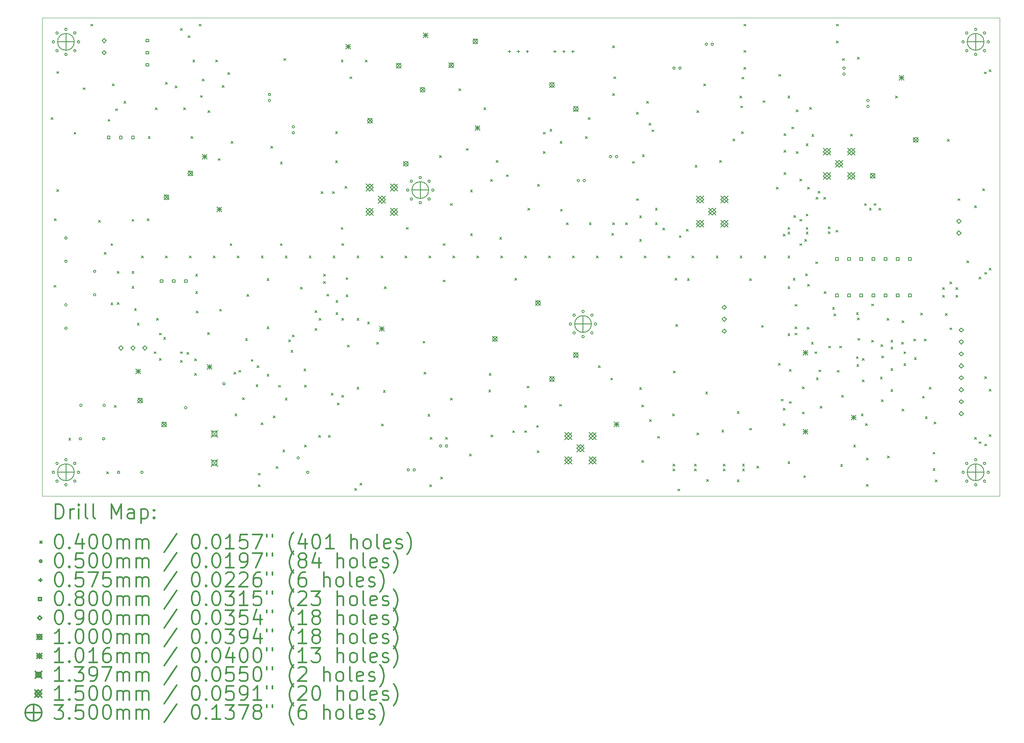
<source format=gbr>
%FSLAX45Y45*%
G04 Gerber Fmt 4.5, Leading zero omitted, Abs format (unit mm)*
G04 Created by KiCad (PCBNEW 5.1.12-84ad8e8a86~92~ubuntu20.04.1) date 2022-01-01 09:02:04*
%MOMM*%
%LPD*%
G01*
G04 APERTURE LIST*
%TA.AperFunction,Profile*%
%ADD10C,0.050000*%
%TD*%
%ADD11C,0.200000*%
%ADD12C,0.300000*%
G04 APERTURE END LIST*
D10*
X5000000Y-15000000D02*
X5000000Y-5000000D01*
X25000000Y-15000000D02*
X5000000Y-15000000D01*
X25000000Y-5000000D02*
X25000000Y-15000000D01*
X5000000Y-5000000D02*
X25000000Y-5000000D01*
D11*
X5190000Y-7080000D02*
X5230000Y-7120000D01*
X5230000Y-7080000D02*
X5190000Y-7120000D01*
X5250000Y-10590000D02*
X5290000Y-10630000D01*
X5290000Y-10590000D02*
X5250000Y-10630000D01*
X5260000Y-9200000D02*
X5300000Y-9240000D01*
X5300000Y-9200000D02*
X5260000Y-9240000D01*
X5310000Y-6120000D02*
X5350000Y-6160000D01*
X5350000Y-6120000D02*
X5310000Y-6160000D01*
X5310000Y-8590000D02*
X5350000Y-8630000D01*
X5350000Y-8590000D02*
X5310000Y-8630000D01*
X5560000Y-13790000D02*
X5600000Y-13830000D01*
X5600000Y-13790000D02*
X5560000Y-13830000D01*
X5670000Y-7390000D02*
X5710000Y-7430000D01*
X5710000Y-7390000D02*
X5670000Y-7430000D01*
X5860000Y-6460000D02*
X5900000Y-6500000D01*
X5900000Y-6460000D02*
X5860000Y-6500000D01*
X6020000Y-5130000D02*
X6060000Y-5170000D01*
X6060000Y-5130000D02*
X6020000Y-5170000D01*
X6180000Y-9230000D02*
X6220000Y-9270000D01*
X6220000Y-9230000D02*
X6180000Y-9270000D01*
X6300000Y-9900000D02*
X6340000Y-9940000D01*
X6340000Y-9900000D02*
X6300000Y-9940000D01*
X6350000Y-14490000D02*
X6390000Y-14530000D01*
X6390000Y-14490000D02*
X6350000Y-14530000D01*
X6380000Y-7120000D02*
X6420000Y-7160000D01*
X6420000Y-7120000D02*
X6380000Y-7160000D01*
X6440000Y-9720000D02*
X6480000Y-9760000D01*
X6480000Y-9720000D02*
X6440000Y-9760000D01*
X6440000Y-10960000D02*
X6480000Y-11000000D01*
X6480000Y-10960000D02*
X6440000Y-11000000D01*
X6470000Y-6380000D02*
X6510000Y-6420000D01*
X6510000Y-6380000D02*
X6470000Y-6420000D01*
X6510000Y-13100000D02*
X6550000Y-13140000D01*
X6550000Y-13100000D02*
X6510000Y-13140000D01*
X6540000Y-6900000D02*
X6580000Y-6940000D01*
X6580000Y-6900000D02*
X6540000Y-6940000D01*
X6570000Y-10300000D02*
X6610000Y-10340000D01*
X6610000Y-10300000D02*
X6570000Y-10340000D01*
X6570000Y-10950000D02*
X6610000Y-10990000D01*
X6610000Y-10950000D02*
X6570000Y-10990000D01*
X6710000Y-6740000D02*
X6750000Y-6780000D01*
X6750000Y-6740000D02*
X6710000Y-6780000D01*
X6880000Y-9210000D02*
X6920000Y-9250000D01*
X6920000Y-9210000D02*
X6880000Y-9250000D01*
X6880000Y-10300000D02*
X6920000Y-10340000D01*
X6920000Y-10300000D02*
X6880000Y-10340000D01*
X6880000Y-10610000D02*
X6920000Y-10650000D01*
X6920000Y-10610000D02*
X6880000Y-10650000D01*
X6930000Y-11080000D02*
X6970000Y-11120000D01*
X6970000Y-11080000D02*
X6930000Y-11120000D01*
X6990000Y-11380000D02*
X7030000Y-11420000D01*
X7030000Y-11380000D02*
X6990000Y-11420000D01*
X7080000Y-9980000D02*
X7120000Y-10020000D01*
X7120000Y-9980000D02*
X7080000Y-10020000D01*
X7200000Y-9200000D02*
X7240000Y-9240000D01*
X7240000Y-9200000D02*
X7200000Y-9240000D01*
X7220000Y-7480000D02*
X7260000Y-7520000D01*
X7260000Y-7480000D02*
X7220000Y-7520000D01*
X7340000Y-11980000D02*
X7380000Y-12020000D01*
X7380000Y-11980000D02*
X7340000Y-12020000D01*
X7370000Y-6880000D02*
X7410000Y-6920000D01*
X7410000Y-6880000D02*
X7370000Y-6920000D01*
X7390000Y-11280000D02*
X7430000Y-11320000D01*
X7430000Y-11280000D02*
X7390000Y-11320000D01*
X7450000Y-11590000D02*
X7490000Y-11630000D01*
X7490000Y-11590000D02*
X7450000Y-11630000D01*
X7450000Y-12120000D02*
X7490000Y-12160000D01*
X7490000Y-12120000D02*
X7450000Y-12160000D01*
X7540000Y-11680000D02*
X7580000Y-11720000D01*
X7580000Y-11680000D02*
X7540000Y-11720000D01*
X7577500Y-6347500D02*
X7617500Y-6387500D01*
X7617500Y-6347500D02*
X7577500Y-6387500D01*
X7580000Y-9980000D02*
X7620000Y-10020000D01*
X7620000Y-9980000D02*
X7580000Y-10020000D01*
X7780000Y-6420000D02*
X7820000Y-6460000D01*
X7820000Y-6420000D02*
X7780000Y-6460000D01*
X7890000Y-5220000D02*
X7930000Y-5260000D01*
X7930000Y-5220000D02*
X7890000Y-5260000D01*
X7890000Y-11980000D02*
X7930000Y-12020000D01*
X7930000Y-11980000D02*
X7890000Y-12020000D01*
X7890000Y-12160001D02*
X7930000Y-12200001D01*
X7930000Y-12160001D02*
X7890000Y-12200001D01*
X7960000Y-6880000D02*
X8000000Y-6920000D01*
X8000000Y-6880000D02*
X7960000Y-6920000D01*
X8030000Y-11990000D02*
X8070000Y-12030000D01*
X8070000Y-11990000D02*
X8030000Y-12030000D01*
X8050000Y-5370000D02*
X8090000Y-5410000D01*
X8090000Y-5370000D02*
X8050000Y-5410000D01*
X8080000Y-9980000D02*
X8120000Y-10020000D01*
X8120000Y-9980000D02*
X8080000Y-10020000D01*
X8110000Y-7480000D02*
X8150000Y-7520000D01*
X8150000Y-7480000D02*
X8110000Y-7520000D01*
X8150000Y-5880000D02*
X8190000Y-5920000D01*
X8190000Y-5880000D02*
X8150000Y-5920000D01*
X8189999Y-12430001D02*
X8229999Y-12470001D01*
X8229999Y-12430001D02*
X8189999Y-12470001D01*
X8190000Y-12130000D02*
X8230000Y-12170000D01*
X8230000Y-12130000D02*
X8190000Y-12170000D01*
X8210000Y-10360002D02*
X8250000Y-10400002D01*
X8250000Y-10360002D02*
X8210000Y-10400002D01*
X8210000Y-10720000D02*
X8250000Y-10760000D01*
X8250000Y-10720000D02*
X8210000Y-10760000D01*
X8220000Y-11130000D02*
X8260000Y-11170000D01*
X8260000Y-11130000D02*
X8220000Y-11170000D01*
X8280000Y-5130000D02*
X8320000Y-5170000D01*
X8320000Y-5130000D02*
X8280000Y-5170000D01*
X8310000Y-6620000D02*
X8350000Y-6660000D01*
X8350000Y-6620000D02*
X8310000Y-6660000D01*
X8350000Y-6280000D02*
X8390000Y-6320000D01*
X8390000Y-6280000D02*
X8350000Y-6320000D01*
X8460000Y-11580000D02*
X8500000Y-11620000D01*
X8500000Y-11580000D02*
X8460000Y-11620000D01*
X8470000Y-6940000D02*
X8510000Y-6980000D01*
X8510000Y-6940000D02*
X8470000Y-6980000D01*
X8580000Y-9980000D02*
X8620000Y-10020000D01*
X8620000Y-9980000D02*
X8580000Y-10020000D01*
X8630000Y-5880000D02*
X8670000Y-5920000D01*
X8670000Y-5880000D02*
X8630000Y-5920000D01*
X8680000Y-7940000D02*
X8720000Y-7980000D01*
X8720000Y-7940000D02*
X8680000Y-7980000D01*
X8710000Y-11090000D02*
X8750000Y-11130000D01*
X8750000Y-11090000D02*
X8710000Y-11130000D01*
X8763887Y-6411792D02*
X8803887Y-6451792D01*
X8803887Y-6411792D02*
X8763887Y-6451792D01*
X8880000Y-6140000D02*
X8920000Y-6180000D01*
X8920000Y-6140000D02*
X8880000Y-6180000D01*
X8930000Y-9720000D02*
X8970000Y-9760000D01*
X8970000Y-9720000D02*
X8930000Y-9760000D01*
X8950000Y-7580000D02*
X8990000Y-7620000D01*
X8990000Y-7580000D02*
X8950000Y-7620000D01*
X9010000Y-12410000D02*
X9050000Y-12450000D01*
X9050000Y-12410000D02*
X9010000Y-12450000D01*
X9030000Y-13280000D02*
X9070000Y-13320000D01*
X9070000Y-13280000D02*
X9030000Y-13320000D01*
X9080000Y-9980000D02*
X9120000Y-10020000D01*
X9120000Y-9980000D02*
X9080000Y-10020000D01*
X9110000Y-12370000D02*
X9150000Y-12410000D01*
X9150000Y-12370000D02*
X9110000Y-12410000D01*
X9190000Y-12940000D02*
X9230000Y-12980000D01*
X9230000Y-12940000D02*
X9190000Y-12980000D01*
X9250000Y-11702500D02*
X9290000Y-11742500D01*
X9290000Y-11702500D02*
X9250000Y-11742500D01*
X9280000Y-10780000D02*
X9320000Y-10820000D01*
X9320000Y-10780000D02*
X9280000Y-10820000D01*
X9370000Y-12140000D02*
X9410000Y-12180000D01*
X9410000Y-12140000D02*
X9370000Y-12180000D01*
X9470000Y-12670000D02*
X9510000Y-12710000D01*
X9510000Y-12670000D02*
X9470000Y-12710000D01*
X9490000Y-12270000D02*
X9530000Y-12310000D01*
X9530000Y-12270000D02*
X9490000Y-12310000D01*
X9520000Y-14520000D02*
X9560000Y-14560000D01*
X9560000Y-14520000D02*
X9520000Y-14560000D01*
X9520000Y-14760000D02*
X9560000Y-14800000D01*
X9560000Y-14760000D02*
X9520000Y-14800000D01*
X9577000Y-13463000D02*
X9617000Y-13503000D01*
X9617000Y-13463000D02*
X9577000Y-13503000D01*
X9580000Y-9980000D02*
X9620000Y-10020000D01*
X9620000Y-9980000D02*
X9580000Y-10020000D01*
X9700000Y-10450002D02*
X9740000Y-10490002D01*
X9740000Y-10450002D02*
X9700000Y-10490002D01*
X9700000Y-11460000D02*
X9740000Y-11500000D01*
X9740000Y-11460000D02*
X9700000Y-11500000D01*
X9700000Y-12450000D02*
X9740000Y-12490000D01*
X9740000Y-12450000D02*
X9700000Y-12490000D01*
X9780000Y-7680000D02*
X9820000Y-7720000D01*
X9820000Y-7680000D02*
X9780000Y-7720000D01*
X9830000Y-13320000D02*
X9870000Y-13360000D01*
X9870000Y-13320000D02*
X9830000Y-13360000D01*
X9890000Y-14380000D02*
X9930000Y-14420000D01*
X9930000Y-14380000D02*
X9890000Y-14420000D01*
X9940000Y-12682788D02*
X9980000Y-12722788D01*
X9980000Y-12682788D02*
X9940000Y-12722788D01*
X9980000Y-8010000D02*
X10020000Y-8050000D01*
X10020000Y-8010000D02*
X9980000Y-8050000D01*
X9980000Y-9720000D02*
X10020000Y-9760000D01*
X10020000Y-9720000D02*
X9980000Y-9760000D01*
X10030000Y-14030000D02*
X10070000Y-14070000D01*
X10070000Y-14030000D02*
X10030000Y-14070000D01*
X10050000Y-5850000D02*
X10090000Y-5890000D01*
X10090000Y-5850000D02*
X10050000Y-5890000D01*
X10080000Y-9980000D02*
X10120000Y-10020000D01*
X10120000Y-9980000D02*
X10080000Y-10020000D01*
X10080000Y-12950000D02*
X10120000Y-12990000D01*
X10120000Y-12950000D02*
X10080000Y-12990000D01*
X10150000Y-11730000D02*
X10190000Y-11770000D01*
X10190000Y-11730000D02*
X10150000Y-11770000D01*
X10200000Y-11950000D02*
X10240000Y-11990000D01*
X10240000Y-11950000D02*
X10200000Y-11990000D01*
X10230000Y-11630000D02*
X10270000Y-11670000D01*
X10270000Y-11630000D02*
X10230000Y-11670000D01*
X10400000Y-10630000D02*
X10440000Y-10670000D01*
X10440000Y-10630000D02*
X10400000Y-10670000D01*
X10470000Y-12340000D02*
X10510000Y-12380000D01*
X10510000Y-12340000D02*
X10470000Y-12380000D01*
X10480000Y-12680000D02*
X10520000Y-12720000D01*
X10520000Y-12680000D02*
X10480000Y-12720000D01*
X10480000Y-13930000D02*
X10520000Y-13970000D01*
X10520000Y-13930000D02*
X10480000Y-13970000D01*
X10580000Y-9980000D02*
X10620000Y-10020000D01*
X10620000Y-9980000D02*
X10580000Y-10020000D01*
X10700000Y-11120000D02*
X10740000Y-11160000D01*
X10740000Y-11120000D02*
X10700000Y-11160000D01*
X10700000Y-11490000D02*
X10740000Y-11530000D01*
X10740000Y-11490000D02*
X10700000Y-11530000D01*
X10780000Y-13730000D02*
X10820000Y-13770000D01*
X10820000Y-13730000D02*
X10780000Y-13770000D01*
X10790000Y-11280000D02*
X10830000Y-11320000D01*
X10830000Y-11280000D02*
X10790000Y-11320000D01*
X10830000Y-8630000D02*
X10870000Y-8670000D01*
X10870000Y-8630000D02*
X10830000Y-8670000D01*
X10880000Y-10360002D02*
X10920000Y-10400002D01*
X10920000Y-10360002D02*
X10880000Y-10400002D01*
X10880000Y-10510000D02*
X10920000Y-10550000D01*
X10920000Y-10510000D02*
X10880000Y-10550000D01*
X10950000Y-10777000D02*
X10990000Y-10817000D01*
X10990000Y-10777000D02*
X10950000Y-10817000D01*
X10980000Y-13730000D02*
X11020000Y-13770000D01*
X11020000Y-13730000D02*
X10980000Y-13770000D01*
X11040000Y-12850000D02*
X11080000Y-12890000D01*
X11080000Y-12850000D02*
X11040000Y-12890000D01*
X11070000Y-8630000D02*
X11110000Y-8670000D01*
X11110000Y-8630000D02*
X11070000Y-8670000D01*
X11080000Y-9980000D02*
X11120000Y-10020000D01*
X11120000Y-9980000D02*
X11080000Y-10020000D01*
X11130000Y-7380000D02*
X11170000Y-7420000D01*
X11170000Y-7380000D02*
X11130000Y-7420000D01*
X11130000Y-7990000D02*
X11170000Y-8030000D01*
X11170000Y-7990000D02*
X11130000Y-8030000D01*
X11140000Y-10910000D02*
X11180000Y-10950000D01*
X11180000Y-10910000D02*
X11140000Y-10950000D01*
X11140000Y-11160000D02*
X11180000Y-11200000D01*
X11180000Y-11160000D02*
X11140000Y-11200000D01*
X11170000Y-13050000D02*
X11210000Y-13090000D01*
X11210000Y-13050000D02*
X11170000Y-13090000D01*
X11250000Y-5880000D02*
X11290000Y-5920000D01*
X11290000Y-5880000D02*
X11250000Y-5920000D01*
X11250000Y-9380000D02*
X11290000Y-9420000D01*
X11290000Y-9380000D02*
X11250000Y-9420000D01*
X11260000Y-9720000D02*
X11300000Y-9760000D01*
X11300000Y-9720000D02*
X11260000Y-9760000D01*
X11260000Y-11280000D02*
X11300000Y-11320000D01*
X11300000Y-11280000D02*
X11260000Y-11320000D01*
X11260000Y-12887500D02*
X11300000Y-12927500D01*
X11300000Y-12887500D02*
X11260000Y-12927500D01*
X11330000Y-8520000D02*
X11370000Y-8560000D01*
X11370000Y-8520000D02*
X11330000Y-8560000D01*
X11350000Y-10430002D02*
X11390000Y-10470002D01*
X11390000Y-10430002D02*
X11350000Y-10470002D01*
X11350000Y-10790000D02*
X11390000Y-10830000D01*
X11390000Y-10790000D02*
X11350000Y-10830000D01*
X11380000Y-11840000D02*
X11420000Y-11880000D01*
X11420000Y-11840000D02*
X11380000Y-11880000D01*
X11430000Y-6230000D02*
X11470000Y-6270000D01*
X11470000Y-6230000D02*
X11430000Y-6270000D01*
X11530000Y-14840000D02*
X11570000Y-14880000D01*
X11570000Y-14840000D02*
X11530000Y-14880000D01*
X11580000Y-9980000D02*
X11620000Y-10020000D01*
X11620000Y-9980000D02*
X11580000Y-10020000D01*
X11580000Y-11280000D02*
X11620000Y-11320000D01*
X11620000Y-11280000D02*
X11580000Y-11320000D01*
X11580000Y-12720000D02*
X11620000Y-12760000D01*
X11620000Y-12720000D02*
X11580000Y-12760000D01*
X11640000Y-14730000D02*
X11680000Y-14770000D01*
X11680000Y-14730000D02*
X11640000Y-14770000D01*
X11750000Y-5880000D02*
X11790000Y-5920000D01*
X11790000Y-5880000D02*
X11750000Y-5920000D01*
X11800000Y-11360000D02*
X11840000Y-11400000D01*
X11840000Y-11360000D02*
X11800000Y-11400000D01*
X11990000Y-11780000D02*
X12030000Y-11820000D01*
X12030000Y-11780000D02*
X11990000Y-11820000D01*
X12080000Y-9980000D02*
X12120000Y-10020000D01*
X12120000Y-9980000D02*
X12080000Y-10020000D01*
X12090000Y-13490000D02*
X12130000Y-13530000D01*
X12130000Y-13490000D02*
X12090000Y-13530000D01*
X12130000Y-12790000D02*
X12170000Y-12830000D01*
X12170000Y-12790000D02*
X12130000Y-12830000D01*
X12150000Y-10620000D02*
X12190000Y-10660000D01*
X12190000Y-10620000D02*
X12150000Y-10660000D01*
X12580000Y-9980000D02*
X12620000Y-10020000D01*
X12620000Y-9980000D02*
X12580000Y-10020000D01*
X12610000Y-9380000D02*
X12650000Y-9420000D01*
X12650000Y-9380000D02*
X12610000Y-9420000D01*
X12960000Y-11760000D02*
X13000000Y-11800000D01*
X13000000Y-11760000D02*
X12960000Y-11800000D01*
X12980000Y-12410000D02*
X13020000Y-12450000D01*
X13020000Y-12410000D02*
X12980000Y-12450000D01*
X13060000Y-13290000D02*
X13100000Y-13330000D01*
X13100000Y-13290000D02*
X13060000Y-13330000D01*
X13080000Y-9980000D02*
X13120000Y-10020000D01*
X13120000Y-9980000D02*
X13080000Y-10020000D01*
X13100000Y-14759999D02*
X13140000Y-14799999D01*
X13140000Y-14759999D02*
X13100000Y-14799999D01*
X13110000Y-13770000D02*
X13150000Y-13810000D01*
X13150000Y-13770000D02*
X13110000Y-13810000D01*
X13300000Y-7880000D02*
X13340000Y-7920000D01*
X13340000Y-7880000D02*
X13300000Y-7920000D01*
X13330000Y-14600000D02*
X13370000Y-14640000D01*
X13370000Y-14600000D02*
X13330000Y-14640000D01*
X13380000Y-9720000D02*
X13420000Y-9760000D01*
X13420000Y-9720000D02*
X13380000Y-9760000D01*
X13380000Y-10480000D02*
X13420000Y-10520000D01*
X13420000Y-10480000D02*
X13380000Y-10520000D01*
X13430000Y-13770000D02*
X13470000Y-13810000D01*
X13470000Y-13770000D02*
X13430000Y-13810000D01*
X13530000Y-8880000D02*
X13570000Y-8920000D01*
X13570000Y-8880000D02*
X13530000Y-8920000D01*
X13530000Y-12950000D02*
X13570000Y-12990000D01*
X13570000Y-12950000D02*
X13530000Y-12990000D01*
X13580000Y-9980000D02*
X13620000Y-10020000D01*
X13620000Y-9980000D02*
X13580000Y-10020000D01*
X13710000Y-6480000D02*
X13750000Y-6520000D01*
X13750000Y-6480000D02*
X13710000Y-6520000D01*
X13860001Y-7730000D02*
X13900001Y-7770000D01*
X13900001Y-7730000D02*
X13860001Y-7770000D01*
X13930000Y-14120000D02*
X13970000Y-14160000D01*
X13970000Y-14120000D02*
X13930000Y-14160000D01*
X13950000Y-8600000D02*
X13990000Y-8640000D01*
X13990000Y-8600000D02*
X13950000Y-8640000D01*
X13950000Y-9510000D02*
X13990000Y-9550000D01*
X13990000Y-9510000D02*
X13950000Y-9550000D01*
X14080000Y-9980000D02*
X14120000Y-10020000D01*
X14120000Y-9980000D02*
X14080000Y-10020000D01*
X14230000Y-6880000D02*
X14270000Y-6920000D01*
X14270000Y-6880000D02*
X14230000Y-6920000D01*
X14330000Y-12780000D02*
X14370000Y-12820000D01*
X14370000Y-12780000D02*
X14330000Y-12820000D01*
X14340000Y-12430000D02*
X14380000Y-12470000D01*
X14380000Y-12430000D02*
X14340000Y-12470000D01*
X14370000Y-8380000D02*
X14410000Y-8420000D01*
X14410000Y-8380000D02*
X14370000Y-8420000D01*
X14380000Y-13720000D02*
X14420000Y-13760000D01*
X14420000Y-13720000D02*
X14380000Y-13760000D01*
X14490000Y-7980000D02*
X14530000Y-8020000D01*
X14530000Y-7980000D02*
X14490000Y-8020000D01*
X14560000Y-9590000D02*
X14600000Y-9630000D01*
X14600000Y-9590000D02*
X14560000Y-9630000D01*
X14580000Y-9980000D02*
X14620000Y-10020000D01*
X14620000Y-9980000D02*
X14580000Y-10020000D01*
X14700000Y-8280000D02*
X14740000Y-8320000D01*
X14740000Y-8280000D02*
X14700000Y-8320000D01*
X14830000Y-13630000D02*
X14870000Y-13670000D01*
X14870000Y-13630000D02*
X14830000Y-13670000D01*
X14880000Y-10440000D02*
X14920000Y-10480000D01*
X14920000Y-10440000D02*
X14880000Y-10480000D01*
X15080000Y-9980000D02*
X15120000Y-10020000D01*
X15120000Y-9980000D02*
X15080000Y-10020000D01*
X15080000Y-13100000D02*
X15120000Y-13140000D01*
X15120000Y-13100000D02*
X15080000Y-13140000D01*
X15080000Y-13630000D02*
X15120000Y-13670000D01*
X15120000Y-13630000D02*
X15080000Y-13670000D01*
X15130000Y-12700000D02*
X15170000Y-12740000D01*
X15170000Y-12700000D02*
X15130000Y-12740000D01*
X15150000Y-8980000D02*
X15190000Y-9020000D01*
X15190000Y-8980000D02*
X15150000Y-9020000D01*
X15330000Y-13520000D02*
X15370000Y-13560000D01*
X15370000Y-13520000D02*
X15330000Y-13560000D01*
X15340000Y-14050000D02*
X15380000Y-14090000D01*
X15380000Y-14050000D02*
X15340000Y-14090000D01*
X15349999Y-8480000D02*
X15389999Y-8520000D01*
X15389999Y-8480000D02*
X15349999Y-8520000D01*
X15470000Y-7390000D02*
X15510000Y-7430000D01*
X15510000Y-7390000D02*
X15470000Y-7430000D01*
X15470000Y-7790000D02*
X15510000Y-7830000D01*
X15510000Y-7790000D02*
X15470000Y-7830000D01*
X15580000Y-9980000D02*
X15620000Y-10020000D01*
X15620000Y-9980000D02*
X15580000Y-10020000D01*
X15610000Y-7330000D02*
X15650000Y-7370000D01*
X15650000Y-7330000D02*
X15610000Y-7370000D01*
X15810000Y-13080000D02*
X15850000Y-13120000D01*
X15850000Y-13080000D02*
X15810000Y-13120000D01*
X15820000Y-7580000D02*
X15860000Y-7620000D01*
X15860000Y-7580000D02*
X15820000Y-7620000D01*
X15830000Y-9000000D02*
X15870000Y-9040000D01*
X15870000Y-9000000D02*
X15830000Y-9040000D01*
X15950000Y-9280000D02*
X15990000Y-9320000D01*
X15990000Y-9280000D02*
X15950000Y-9320000D01*
X16080000Y-9980000D02*
X16120000Y-10020000D01*
X16120000Y-9980000D02*
X16080000Y-10020000D01*
X16350000Y-7480000D02*
X16390000Y-7520000D01*
X16390000Y-7480000D02*
X16350000Y-7520000D01*
X16410000Y-7080000D02*
X16450000Y-7120000D01*
X16450000Y-7080000D02*
X16410000Y-7120000D01*
X16430000Y-9280000D02*
X16470000Y-9320000D01*
X16470000Y-9280000D02*
X16430000Y-9320000D01*
X16580000Y-9980000D02*
X16620000Y-10020000D01*
X16620000Y-9980000D02*
X16580000Y-10020000D01*
X16620000Y-12270000D02*
X16660000Y-12310000D01*
X16660000Y-12270000D02*
X16620000Y-12310000D01*
X16880000Y-12530000D02*
X16920000Y-12570000D01*
X16920000Y-12530000D02*
X16880000Y-12570000D01*
X16900000Y-9500000D02*
X16940000Y-9540000D01*
X16940000Y-9500000D02*
X16900000Y-9540000D01*
X16920000Y-5580000D02*
X16960000Y-5620000D01*
X16960000Y-5580000D02*
X16920000Y-5620000D01*
X16920000Y-6580000D02*
X16960000Y-6620000D01*
X16960000Y-6580000D02*
X16920000Y-6620000D01*
X16920000Y-9280000D02*
X16960000Y-9320000D01*
X16960000Y-9280000D02*
X16920000Y-9320000D01*
X16940000Y-6230000D02*
X16980000Y-6270000D01*
X16980000Y-6230000D02*
X16940000Y-6270000D01*
X17080000Y-9980000D02*
X17120000Y-10020000D01*
X17120000Y-9980000D02*
X17080000Y-10020000D01*
X17190000Y-9280000D02*
X17230000Y-9320000D01*
X17230000Y-9280000D02*
X17190000Y-9320000D01*
X17330000Y-8000000D02*
X17370000Y-8040000D01*
X17370000Y-8000000D02*
X17330000Y-8040000D01*
X17420000Y-6970000D02*
X17460000Y-7010000D01*
X17460000Y-6970000D02*
X17420000Y-7010000D01*
X17420000Y-8780000D02*
X17460000Y-8820000D01*
X17460000Y-8780000D02*
X17420000Y-8820000D01*
X17480000Y-9140000D02*
X17520000Y-9180000D01*
X17520000Y-9140000D02*
X17480000Y-9180000D01*
X17480000Y-9630000D02*
X17520000Y-9670000D01*
X17520000Y-9630000D02*
X17480000Y-9670000D01*
X17480000Y-12730000D02*
X17520000Y-12770000D01*
X17520000Y-12730000D02*
X17480000Y-12770000D01*
X17530000Y-13090000D02*
X17570000Y-13130000D01*
X17570000Y-13090000D02*
X17530000Y-13130000D01*
X17530000Y-14250000D02*
X17570000Y-14290000D01*
X17570000Y-14250000D02*
X17530000Y-14290000D01*
X17540000Y-7860000D02*
X17580000Y-7900000D01*
X17580000Y-7860000D02*
X17540000Y-7900000D01*
X17580000Y-9980000D02*
X17620000Y-10020000D01*
X17620000Y-9980000D02*
X17580000Y-10020000D01*
X17630000Y-6740000D02*
X17670000Y-6780000D01*
X17670000Y-6740000D02*
X17630000Y-6780000D01*
X17680000Y-7200000D02*
X17720000Y-7240000D01*
X17720000Y-7200000D02*
X17680000Y-7240000D01*
X17690000Y-13400000D02*
X17730000Y-13440000D01*
X17730000Y-13400000D02*
X17690000Y-13440000D01*
X17740000Y-7340000D02*
X17780000Y-7380000D01*
X17780000Y-7340000D02*
X17740000Y-7380000D01*
X17810000Y-8980000D02*
X17850000Y-9020000D01*
X17850000Y-8980000D02*
X17810000Y-9020000D01*
X17810000Y-9280000D02*
X17850000Y-9320000D01*
X17850000Y-9280000D02*
X17810000Y-9320000D01*
X17860000Y-13750000D02*
X17900000Y-13790000D01*
X17900000Y-13750000D02*
X17860000Y-13790000D01*
X17970000Y-9390000D02*
X18010000Y-9430000D01*
X18010000Y-9390000D02*
X17970000Y-9430000D01*
X18080000Y-9980000D02*
X18120000Y-10020000D01*
X18120000Y-9980000D02*
X18080000Y-10020000D01*
X18170000Y-13280000D02*
X18210000Y-13320000D01*
X18210000Y-13280000D02*
X18170000Y-13320000D01*
X18180000Y-14330000D02*
X18220000Y-14370000D01*
X18220000Y-14330000D02*
X18180000Y-14370000D01*
X18180000Y-14430000D02*
X18220000Y-14470000D01*
X18220000Y-14430000D02*
X18180000Y-14470000D01*
X18190000Y-12380000D02*
X18230000Y-12420000D01*
X18230000Y-12380000D02*
X18190000Y-12420000D01*
X18220000Y-10440000D02*
X18260000Y-10480000D01*
X18260000Y-10440000D02*
X18220000Y-10480000D01*
X18240000Y-11410000D02*
X18280000Y-11450000D01*
X18280000Y-11410000D02*
X18240000Y-11450000D01*
X18280000Y-14850001D02*
X18320000Y-14890001D01*
X18320000Y-14850001D02*
X18280000Y-14890001D01*
X18310000Y-9549998D02*
X18350000Y-9589998D01*
X18350000Y-9549998D02*
X18310000Y-9589998D01*
X18460000Y-9420000D02*
X18500000Y-9460000D01*
X18500000Y-9420000D02*
X18460000Y-9460000D01*
X18480000Y-10450000D02*
X18520000Y-10490000D01*
X18520000Y-10450000D02*
X18480000Y-10490000D01*
X18580000Y-9980000D02*
X18620000Y-10020000D01*
X18620000Y-9980000D02*
X18580000Y-10020000D01*
X18630000Y-14330000D02*
X18670000Y-14370000D01*
X18670000Y-14330000D02*
X18630000Y-14370000D01*
X18630000Y-14430000D02*
X18670000Y-14470000D01*
X18670000Y-14430000D02*
X18630000Y-14470000D01*
X18640000Y-8080000D02*
X18680000Y-8120000D01*
X18680000Y-8080000D02*
X18640000Y-8120000D01*
X18680000Y-6940000D02*
X18720000Y-6980000D01*
X18720000Y-6940000D02*
X18680000Y-6980000D01*
X18680000Y-13680000D02*
X18720000Y-13720000D01*
X18720000Y-13680000D02*
X18680000Y-13720000D01*
X18820000Y-6380000D02*
X18860000Y-6420000D01*
X18860000Y-6380000D02*
X18820000Y-6420000D01*
X18860000Y-12820000D02*
X18900000Y-12860000D01*
X18900000Y-12820000D02*
X18860000Y-12860000D01*
X18880000Y-14650000D02*
X18920000Y-14690000D01*
X18920000Y-14650000D02*
X18880000Y-14690000D01*
X19080000Y-9980000D02*
X19120000Y-10020000D01*
X19120000Y-9980000D02*
X19080000Y-10020000D01*
X19150000Y-7980000D02*
X19190000Y-8020000D01*
X19190000Y-7980000D02*
X19150000Y-8020000D01*
X19200000Y-13620000D02*
X19240000Y-13660000D01*
X19240000Y-13620000D02*
X19200000Y-13660000D01*
X19230000Y-14330000D02*
X19270000Y-14370000D01*
X19270000Y-14330000D02*
X19230000Y-14370000D01*
X19230000Y-14430000D02*
X19270000Y-14470000D01*
X19270000Y-14430000D02*
X19230000Y-14470000D01*
X19430000Y-7530000D02*
X19470000Y-7570000D01*
X19470000Y-7530000D02*
X19430000Y-7570000D01*
X19520000Y-13230000D02*
X19560000Y-13270000D01*
X19560000Y-13230000D02*
X19520000Y-13270000D01*
X19520000Y-14660000D02*
X19560000Y-14700000D01*
X19560000Y-14660000D02*
X19520000Y-14700000D01*
X19575000Y-6635000D02*
X19615000Y-6675000D01*
X19615000Y-6635000D02*
X19575000Y-6675000D01*
X19580000Y-9980000D02*
X19620000Y-10020000D01*
X19620000Y-9980000D02*
X19580000Y-10020000D01*
X19590000Y-6840000D02*
X19630000Y-6880000D01*
X19630000Y-6840000D02*
X19590000Y-6880000D01*
X19610000Y-7380000D02*
X19650000Y-7420000D01*
X19650000Y-7380000D02*
X19610000Y-7420000D01*
X19620000Y-6240000D02*
X19660000Y-6280000D01*
X19660000Y-6240000D02*
X19620000Y-6280000D01*
X19630000Y-14330000D02*
X19670000Y-14370000D01*
X19670000Y-14330000D02*
X19630000Y-14370000D01*
X19630000Y-14430000D02*
X19670000Y-14470000D01*
X19670000Y-14430000D02*
X19630000Y-14470000D01*
X19660000Y-5130000D02*
X19700000Y-5170000D01*
X19700000Y-5130000D02*
X19660000Y-5170000D01*
X19660000Y-5680000D02*
X19700000Y-5720000D01*
X19700000Y-5680000D02*
X19660000Y-5720000D01*
X19660000Y-6030000D02*
X19700000Y-6070000D01*
X19700000Y-6030000D02*
X19660000Y-6070000D01*
X19780000Y-10450000D02*
X19820000Y-10490000D01*
X19820000Y-10450000D02*
X19780000Y-10490000D01*
X19780000Y-13580000D02*
X19820000Y-13620000D01*
X19820000Y-13580000D02*
X19780000Y-13620000D01*
X19930000Y-14370000D02*
X19970000Y-14410000D01*
X19970000Y-14370000D02*
X19930000Y-14410000D01*
X20030000Y-11430000D02*
X20070000Y-11470000D01*
X20070000Y-11430000D02*
X20030000Y-11470000D01*
X20060000Y-6730000D02*
X20100000Y-6770000D01*
X20100000Y-6730000D02*
X20060000Y-6770000D01*
X20080000Y-9980000D02*
X20120000Y-10020000D01*
X20120000Y-9980000D02*
X20080000Y-10020000D01*
X20340000Y-8540000D02*
X20380000Y-8580000D01*
X20380000Y-8540000D02*
X20340000Y-8580000D01*
X20380000Y-12220000D02*
X20420000Y-12260000D01*
X20420000Y-12220000D02*
X20380000Y-12260000D01*
X20390000Y-6180000D02*
X20430000Y-6220000D01*
X20430000Y-6180000D02*
X20390000Y-6220000D01*
X20440000Y-12970000D02*
X20480000Y-13010000D01*
X20480000Y-12970000D02*
X20440000Y-13010000D01*
X20480000Y-9520000D02*
X20520000Y-9560000D01*
X20520000Y-9520000D02*
X20480000Y-9560000D01*
X20480000Y-13160000D02*
X20520000Y-13200000D01*
X20520000Y-13160000D02*
X20480000Y-13200000D01*
X20480000Y-13480000D02*
X20520000Y-13520000D01*
X20520000Y-13480000D02*
X20480000Y-13520000D01*
X20500000Y-7420000D02*
X20540000Y-7460000D01*
X20540000Y-7420000D02*
X20500000Y-7460000D01*
X20500000Y-7770000D02*
X20540000Y-7810000D01*
X20540000Y-7770000D02*
X20500000Y-7810000D01*
X20500000Y-8230000D02*
X20540000Y-8270000D01*
X20540000Y-8230000D02*
X20500000Y-8270000D01*
X20580000Y-6630000D02*
X20620000Y-6670000D01*
X20620000Y-6630000D02*
X20580000Y-6670000D01*
X20580000Y-9380000D02*
X20620000Y-9420000D01*
X20620000Y-9380000D02*
X20580000Y-9420000D01*
X20580000Y-9480000D02*
X20620000Y-9520000D01*
X20620000Y-9480000D02*
X20580000Y-9520000D01*
X20580000Y-9980000D02*
X20620000Y-10020000D01*
X20620000Y-9980000D02*
X20580000Y-10020000D01*
X20580000Y-10620000D02*
X20620000Y-10660000D01*
X20620000Y-10620000D02*
X20580000Y-10660000D01*
X20580000Y-11600000D02*
X20620000Y-11640000D01*
X20620000Y-11600000D02*
X20580000Y-11640000D01*
X20580000Y-14280000D02*
X20620000Y-14320000D01*
X20620000Y-14280000D02*
X20580000Y-14320000D01*
X20610000Y-12350000D02*
X20650000Y-12390000D01*
X20650000Y-12350000D02*
X20610000Y-12390000D01*
X20610000Y-13020000D02*
X20650000Y-13060000D01*
X20650000Y-13020000D02*
X20610000Y-13060000D01*
X20660000Y-7280000D02*
X20700000Y-7320000D01*
X20700000Y-7280000D02*
X20660000Y-7320000D01*
X20690000Y-10440000D02*
X20730000Y-10480000D01*
X20730000Y-10440000D02*
X20690000Y-10480000D01*
X20700000Y-9130000D02*
X20740000Y-9170000D01*
X20740000Y-9130000D02*
X20700000Y-9170000D01*
X20730000Y-10990000D02*
X20770000Y-11030000D01*
X20770000Y-10990000D02*
X20730000Y-11030000D01*
X20730000Y-11460000D02*
X20770000Y-11500000D01*
X20770000Y-11460000D02*
X20730000Y-11500000D01*
X20730000Y-11590000D02*
X20770000Y-11630000D01*
X20770000Y-11590000D02*
X20730000Y-11630000D01*
X20750000Y-6920000D02*
X20790000Y-6960000D01*
X20790000Y-6920000D02*
X20750000Y-6960000D01*
X20750000Y-7790000D02*
X20790000Y-7830000D01*
X20790000Y-7790000D02*
X20750000Y-7830000D01*
X20830000Y-8370000D02*
X20870000Y-8410000D01*
X20870000Y-8370000D02*
X20830000Y-8410000D01*
X20830000Y-9210000D02*
X20870000Y-9250000D01*
X20870000Y-9210000D02*
X20830000Y-9250000D01*
X20830000Y-9720000D02*
X20870000Y-9760000D01*
X20870000Y-9720000D02*
X20830000Y-9760000D01*
X20880000Y-12710000D02*
X20920000Y-12750000D01*
X20920000Y-12710000D02*
X20880000Y-12750000D01*
X20880000Y-13240000D02*
X20920000Y-13280000D01*
X20920000Y-13240000D02*
X20880000Y-13280000D01*
X20910000Y-14570000D02*
X20950000Y-14610000D01*
X20950000Y-14570000D02*
X20910000Y-14610000D01*
X20930000Y-9630000D02*
X20970000Y-9670000D01*
X20970000Y-9630000D02*
X20930000Y-9670000D01*
X20947237Y-10350004D02*
X20987237Y-10390004D01*
X20987237Y-10350004D02*
X20947237Y-10390004D01*
X20960000Y-7630000D02*
X21000000Y-7670000D01*
X21000000Y-7630000D02*
X20960000Y-7670000D01*
X20960000Y-9100000D02*
X21000000Y-9140000D01*
X21000000Y-9100000D02*
X20960000Y-9140000D01*
X20960000Y-9380000D02*
X21000000Y-9420000D01*
X21000000Y-9380000D02*
X20960000Y-9420000D01*
X20960000Y-9480000D02*
X21000000Y-9520000D01*
X21000000Y-9480000D02*
X20960000Y-9520000D01*
X20980000Y-11470000D02*
X21020000Y-11510000D01*
X21020000Y-11470000D02*
X20980000Y-11510000D01*
X20990000Y-8540000D02*
X21030000Y-8580000D01*
X21030000Y-8540000D02*
X20990000Y-8580000D01*
X20990000Y-10570006D02*
X21030000Y-10610006D01*
X21030000Y-10570006D02*
X20990000Y-10610006D01*
X21030000Y-6870000D02*
X21070000Y-6910000D01*
X21070000Y-6870000D02*
X21030000Y-6910000D01*
X21070000Y-11780000D02*
X21110000Y-11820000D01*
X21110000Y-11780000D02*
X21070000Y-11820000D01*
X21080000Y-7440000D02*
X21120000Y-7480000D01*
X21120000Y-7440000D02*
X21080000Y-7480000D01*
X21140000Y-11980000D02*
X21180000Y-12020000D01*
X21180000Y-11980000D02*
X21140000Y-12020000D01*
X21160000Y-10100000D02*
X21200000Y-10140000D01*
X21200000Y-10100000D02*
X21160000Y-10140000D01*
X21170000Y-8750000D02*
X21210000Y-8790000D01*
X21210000Y-8750000D02*
X21170000Y-8790000D01*
X21172500Y-12527500D02*
X21212500Y-12567500D01*
X21212500Y-12527500D02*
X21172500Y-12567500D01*
X21210000Y-8620000D02*
X21250000Y-8660000D01*
X21250000Y-8620000D02*
X21210000Y-8660000D01*
X21230000Y-12360000D02*
X21270000Y-12400000D01*
X21270000Y-12360000D02*
X21230000Y-12400000D01*
X21250000Y-13120000D02*
X21290000Y-13160000D01*
X21290000Y-13120000D02*
X21250000Y-13160000D01*
X21330000Y-8750000D02*
X21370000Y-8790000D01*
X21370000Y-8750000D02*
X21330000Y-8790000D01*
X21340000Y-10720000D02*
X21380000Y-10760000D01*
X21380000Y-10720000D02*
X21340000Y-10760000D01*
X21420000Y-9370000D02*
X21460000Y-9410000D01*
X21460000Y-9370000D02*
X21420000Y-9410000D01*
X21420000Y-9470000D02*
X21460000Y-9510000D01*
X21460000Y-9470000D02*
X21420000Y-9510000D01*
X21430000Y-11860001D02*
X21470000Y-11900001D01*
X21470000Y-11860001D02*
X21430000Y-11900001D01*
X21510000Y-11050000D02*
X21550000Y-11090000D01*
X21550000Y-11050000D02*
X21510000Y-11090000D01*
X21540000Y-11190000D02*
X21580000Y-11230000D01*
X21580000Y-11190000D02*
X21540000Y-11230000D01*
X21580000Y-9440000D02*
X21620000Y-9480000D01*
X21620000Y-9440000D02*
X21580000Y-9480000D01*
X21590000Y-5130000D02*
X21630000Y-5170000D01*
X21630000Y-5130000D02*
X21590000Y-5170000D01*
X21590000Y-5480000D02*
X21630000Y-5520000D01*
X21630000Y-5480000D02*
X21590000Y-5520000D01*
X21610000Y-12370000D02*
X21650000Y-12410000D01*
X21650000Y-12370000D02*
X21610000Y-12410000D01*
X21660000Y-11860001D02*
X21700000Y-11900001D01*
X21700000Y-11860001D02*
X21660000Y-11900001D01*
X21680000Y-14340000D02*
X21720000Y-14380000D01*
X21720000Y-14340000D02*
X21680000Y-14380000D01*
X21700000Y-12890000D02*
X21740000Y-12930000D01*
X21740000Y-12890000D02*
X21700000Y-12930000D01*
X21720000Y-5850000D02*
X21760000Y-5890000D01*
X21760000Y-5850000D02*
X21720000Y-5890000D01*
X21890000Y-7430000D02*
X21930000Y-7470000D01*
X21930000Y-7430000D02*
X21890000Y-7470000D01*
X21950000Y-13930000D02*
X21990000Y-13970000D01*
X21990000Y-13930000D02*
X21950000Y-13970000D01*
X22010000Y-11160000D02*
X22050000Y-11200000D01*
X22050000Y-11160000D02*
X22010000Y-11200000D01*
X22010000Y-12080000D02*
X22050000Y-12120000D01*
X22050000Y-12080000D02*
X22010000Y-12120000D01*
X22018541Y-12243711D02*
X22058541Y-12283711D01*
X22058541Y-12243711D02*
X22018541Y-12283711D01*
X22030000Y-5820000D02*
X22070000Y-5860000D01*
X22070000Y-5820000D02*
X22030000Y-5860000D01*
X22030000Y-11270000D02*
X22070000Y-11310000D01*
X22070000Y-11270000D02*
X22030000Y-11310000D01*
X22040000Y-11700000D02*
X22080000Y-11740000D01*
X22080000Y-11700000D02*
X22040000Y-11740000D01*
X22112500Y-13277500D02*
X22152500Y-13317500D01*
X22152500Y-13277500D02*
X22112500Y-13317500D01*
X22130000Y-12120000D02*
X22170000Y-12160000D01*
X22170000Y-12120000D02*
X22130000Y-12160000D01*
X22130000Y-12570000D02*
X22170000Y-12610000D01*
X22170000Y-12570000D02*
X22130000Y-12610000D01*
X22180000Y-8880000D02*
X22220000Y-8920000D01*
X22220000Y-8880000D02*
X22180000Y-8920000D01*
X22200000Y-13480000D02*
X22240000Y-13520000D01*
X22240000Y-13480000D02*
X22200000Y-13520000D01*
X22220000Y-14200000D02*
X22260000Y-14240000D01*
X22260000Y-14200000D02*
X22220000Y-14240000D01*
X22220000Y-14749999D02*
X22260000Y-14789999D01*
X22260000Y-14749999D02*
X22220000Y-14789999D01*
X22280000Y-8980000D02*
X22320000Y-9020000D01*
X22320000Y-8980000D02*
X22280000Y-9020000D01*
X22330000Y-10980000D02*
X22370000Y-11020000D01*
X22370000Y-10980000D02*
X22330000Y-11020000D01*
X22330000Y-11740000D02*
X22370000Y-11780000D01*
X22370000Y-11740000D02*
X22330000Y-11780000D01*
X22380000Y-8880000D02*
X22420000Y-8920000D01*
X22420000Y-8880000D02*
X22380000Y-8920000D01*
X22480000Y-8980000D02*
X22520000Y-9020000D01*
X22520000Y-8980000D02*
X22480000Y-9020000D01*
X22510000Y-12510000D02*
X22550000Y-12550000D01*
X22550000Y-12510000D02*
X22510000Y-12550000D01*
X22525212Y-11830000D02*
X22565212Y-11870000D01*
X22565212Y-11830000D02*
X22525212Y-11870000D01*
X22530000Y-12980000D02*
X22570000Y-13020000D01*
X22570000Y-12980000D02*
X22530000Y-13020000D01*
X22540000Y-12069999D02*
X22580000Y-12109999D01*
X22580000Y-12069999D02*
X22540000Y-12109999D01*
X22648550Y-11279130D02*
X22688550Y-11319130D01*
X22688550Y-11279130D02*
X22648550Y-11319130D01*
X22660000Y-14160000D02*
X22700000Y-14200000D01*
X22700000Y-14160000D02*
X22660000Y-14200000D01*
X22730000Y-11740000D02*
X22770000Y-11780000D01*
X22770000Y-11740000D02*
X22730000Y-11780000D01*
X22730000Y-11880000D02*
X22770000Y-11920000D01*
X22770000Y-11880000D02*
X22730000Y-11920000D01*
X22730000Y-12330000D02*
X22770000Y-12370000D01*
X22770000Y-12330000D02*
X22730000Y-12370000D01*
X22730000Y-12770000D02*
X22770000Y-12810000D01*
X22770000Y-12770000D02*
X22730000Y-12810000D01*
X22830000Y-6630000D02*
X22870000Y-6670000D01*
X22870000Y-6630000D02*
X22830000Y-6670000D01*
X22952274Y-11778790D02*
X22992274Y-11818790D01*
X22992274Y-11778790D02*
X22952274Y-11818790D01*
X22960000Y-11330000D02*
X23000000Y-11370000D01*
X23000000Y-11330000D02*
X22960000Y-11370000D01*
X22960000Y-13180000D02*
X23000000Y-13220000D01*
X23000000Y-13180000D02*
X22960000Y-13220000D01*
X23000000Y-11980000D02*
X23040000Y-12020000D01*
X23040000Y-11980000D02*
X23000000Y-12020000D01*
X23000000Y-12230000D02*
X23040000Y-12270000D01*
X23040000Y-12230000D02*
X23000000Y-12270000D01*
X23210000Y-11710000D02*
X23250000Y-11750000D01*
X23250000Y-11710000D02*
X23210000Y-11750000D01*
X23220000Y-12100000D02*
X23260000Y-12140000D01*
X23260000Y-12100000D02*
X23220000Y-12140000D01*
X23350000Y-11170000D02*
X23390000Y-11210000D01*
X23390000Y-11170000D02*
X23350000Y-11210000D01*
X23390000Y-12910000D02*
X23430000Y-12950000D01*
X23430000Y-12910000D02*
X23390000Y-12950000D01*
X23430000Y-11710000D02*
X23470000Y-11750000D01*
X23470000Y-11710000D02*
X23430000Y-11750000D01*
X23450000Y-13340000D02*
X23490000Y-13380000D01*
X23490000Y-13340000D02*
X23450000Y-13380000D01*
X23530000Y-12720000D02*
X23570000Y-12760000D01*
X23570000Y-12720000D02*
X23530000Y-12760000D01*
X23610000Y-14080000D02*
X23650000Y-14120000D01*
X23650000Y-14080000D02*
X23610000Y-14120000D01*
X23610000Y-14420000D02*
X23650000Y-14460000D01*
X23650000Y-14420000D02*
X23610000Y-14460000D01*
X23630000Y-13450000D02*
X23670000Y-13490000D01*
X23670000Y-13450000D02*
X23630000Y-13490000D01*
X23660001Y-14659999D02*
X23700001Y-14699999D01*
X23700001Y-14659999D02*
X23660001Y-14699999D01*
X23810000Y-10640000D02*
X23850000Y-10680000D01*
X23850000Y-10640000D02*
X23810000Y-10680000D01*
X23810000Y-10800000D02*
X23850000Y-10840000D01*
X23850000Y-10800000D02*
X23810000Y-10840000D01*
X23870000Y-11180000D02*
X23910000Y-11220000D01*
X23910000Y-11180000D02*
X23870000Y-11220000D01*
X23910000Y-7540000D02*
X23950000Y-7580000D01*
X23950000Y-7540000D02*
X23910000Y-7580000D01*
X23960000Y-10520000D02*
X24000000Y-10560000D01*
X24000000Y-10520000D02*
X23960000Y-10560000D01*
X23960000Y-11480000D02*
X24000000Y-11520000D01*
X24000000Y-11480000D02*
X23960000Y-11520000D01*
X24090000Y-10640000D02*
X24130000Y-10680000D01*
X24130000Y-10640000D02*
X24090000Y-10680000D01*
X24090000Y-10800000D02*
X24130000Y-10840000D01*
X24130000Y-10800000D02*
X24090000Y-10840000D01*
X24130000Y-8780000D02*
X24170000Y-8820000D01*
X24170000Y-8780000D02*
X24130000Y-8820000D01*
X24320000Y-10080000D02*
X24360000Y-10120000D01*
X24360000Y-10080000D02*
X24320000Y-10120000D01*
X24480000Y-8930000D02*
X24520000Y-8970000D01*
X24520000Y-8930000D02*
X24480000Y-8970000D01*
X24480000Y-13770000D02*
X24520000Y-13810000D01*
X24520000Y-13770000D02*
X24480000Y-13810000D01*
X24570000Y-10420000D02*
X24610000Y-10460000D01*
X24610000Y-10420000D02*
X24570000Y-10460000D01*
X24570000Y-13860000D02*
X24610000Y-13900000D01*
X24610000Y-13860000D02*
X24570000Y-13900000D01*
X24650000Y-8570000D02*
X24690000Y-8610000D01*
X24690000Y-8570000D02*
X24650000Y-8610000D01*
X24680000Y-6130000D02*
X24720000Y-6170000D01*
X24720000Y-6130000D02*
X24680000Y-6170000D01*
X24690000Y-10320000D02*
X24730000Y-10360000D01*
X24730000Y-10320000D02*
X24690000Y-10360000D01*
X24690000Y-12500000D02*
X24730000Y-12540000D01*
X24730000Y-12500000D02*
X24690000Y-12540000D01*
X24690000Y-13910000D02*
X24730000Y-13950000D01*
X24730000Y-13910000D02*
X24690000Y-13950000D01*
X24780000Y-6080000D02*
X24820000Y-6120000D01*
X24820000Y-6080000D02*
X24780000Y-6120000D01*
X24780000Y-10230000D02*
X24820000Y-10270000D01*
X24820000Y-10230000D02*
X24780000Y-10270000D01*
X24780000Y-12760000D02*
X24820000Y-12800000D01*
X24820000Y-12760000D02*
X24780000Y-12800000D01*
X24780000Y-13710000D02*
X24820000Y-13750000D01*
X24820000Y-13710000D02*
X24780000Y-13750000D01*
X5262500Y-5500000D02*
G75*
G03*
X5262500Y-5500000I-25000J0D01*
G01*
X5262500Y-14500000D02*
G75*
G03*
X5262500Y-14500000I-25000J0D01*
G01*
X5339385Y-5314385D02*
G75*
G03*
X5339385Y-5314385I-25000J0D01*
G01*
X5339385Y-5685615D02*
G75*
G03*
X5339385Y-5685615I-25000J0D01*
G01*
X5339385Y-14314384D02*
G75*
G03*
X5339385Y-14314384I-25000J0D01*
G01*
X5339385Y-14685615D02*
G75*
G03*
X5339385Y-14685615I-25000J0D01*
G01*
X5525000Y-5237500D02*
G75*
G03*
X5525000Y-5237500I-25000J0D01*
G01*
X5525000Y-5762500D02*
G75*
G03*
X5525000Y-5762500I-25000J0D01*
G01*
X5525000Y-9600000D02*
G75*
G03*
X5525000Y-9600000I-25000J0D01*
G01*
X5525000Y-10088000D02*
G75*
G03*
X5525000Y-10088000I-25000J0D01*
G01*
X5525000Y-11000000D02*
G75*
G03*
X5525000Y-11000000I-25000J0D01*
G01*
X5525000Y-11488000D02*
G75*
G03*
X5525000Y-11488000I-25000J0D01*
G01*
X5525000Y-14237500D02*
G75*
G03*
X5525000Y-14237500I-25000J0D01*
G01*
X5525000Y-14762500D02*
G75*
G03*
X5525000Y-14762500I-25000J0D01*
G01*
X5710615Y-5314385D02*
G75*
G03*
X5710615Y-5314385I-25000J0D01*
G01*
X5710615Y-5685615D02*
G75*
G03*
X5710615Y-5685615I-25000J0D01*
G01*
X5710615Y-14314384D02*
G75*
G03*
X5710615Y-14314384I-25000J0D01*
G01*
X5710615Y-14685615D02*
G75*
G03*
X5710615Y-14685615I-25000J0D01*
G01*
X5787500Y-5500000D02*
G75*
G03*
X5787500Y-5500000I-25000J0D01*
G01*
X5787500Y-14500000D02*
G75*
G03*
X5787500Y-14500000I-25000J0D01*
G01*
X5825000Y-13800000D02*
G75*
G03*
X5825000Y-13800000I-25000J0D01*
G01*
X5837000Y-13100000D02*
G75*
G03*
X5837000Y-13100000I-25000J0D01*
G01*
X6125000Y-10300000D02*
G75*
G03*
X6125000Y-10300000I-25000J0D01*
G01*
X6125000Y-10788000D02*
G75*
G03*
X6125000Y-10788000I-25000J0D01*
G01*
X6313000Y-13800000D02*
G75*
G03*
X6313000Y-13800000I-25000J0D01*
G01*
X6325000Y-13100000D02*
G75*
G03*
X6325000Y-13100000I-25000J0D01*
G01*
X6625000Y-14500000D02*
G75*
G03*
X6625000Y-14500000I-25000J0D01*
G01*
X7113000Y-14500000D02*
G75*
G03*
X7113000Y-14500000I-25000J0D01*
G01*
X8025000Y-13150000D02*
G75*
G03*
X8025000Y-13150000I-25000J0D01*
G01*
X8825000Y-12650000D02*
G75*
G03*
X8825000Y-12650000I-25000J0D01*
G01*
X9775000Y-6600000D02*
G75*
G03*
X9775000Y-6600000I-25000J0D01*
G01*
X9775000Y-6725000D02*
G75*
G03*
X9775000Y-6725000I-25000J0D01*
G01*
X10275000Y-7275000D02*
G75*
G03*
X10275000Y-7275000I-25000J0D01*
G01*
X10275000Y-7400000D02*
G75*
G03*
X10275000Y-7400000I-25000J0D01*
G01*
X10375000Y-14200000D02*
G75*
G03*
X10375000Y-14200000I-25000J0D01*
G01*
X10575000Y-14500000D02*
G75*
G03*
X10575000Y-14500000I-25000J0D01*
G01*
X12662500Y-8600000D02*
G75*
G03*
X12662500Y-8600000I-25000J0D01*
G01*
X12675000Y-14450000D02*
G75*
G03*
X12675000Y-14450000I-25000J0D01*
G01*
X12739384Y-8414385D02*
G75*
G03*
X12739384Y-8414385I-25000J0D01*
G01*
X12739384Y-8785616D02*
G75*
G03*
X12739384Y-8785616I-25000J0D01*
G01*
X12800000Y-14450000D02*
G75*
G03*
X12800000Y-14450000I-25000J0D01*
G01*
X12925000Y-8337500D02*
G75*
G03*
X12925000Y-8337500I-25000J0D01*
G01*
X12925000Y-8862500D02*
G75*
G03*
X12925000Y-8862500I-25000J0D01*
G01*
X13110615Y-8414385D02*
G75*
G03*
X13110615Y-8414385I-25000J0D01*
G01*
X13110615Y-8785616D02*
G75*
G03*
X13110615Y-8785616I-25000J0D01*
G01*
X13187500Y-8600000D02*
G75*
G03*
X13187500Y-8600000I-25000J0D01*
G01*
X13350000Y-13950000D02*
G75*
G03*
X13350000Y-13950000I-25000J0D01*
G01*
X13475000Y-13950000D02*
G75*
G03*
X13475000Y-13950000I-25000J0D01*
G01*
X16062500Y-11400000D02*
G75*
G03*
X16062500Y-11400000I-25000J0D01*
G01*
X16139384Y-11214384D02*
G75*
G03*
X16139384Y-11214384I-25000J0D01*
G01*
X16139384Y-11585615D02*
G75*
G03*
X16139384Y-11585615I-25000J0D01*
G01*
X16225000Y-8400000D02*
G75*
G03*
X16225000Y-8400000I-25000J0D01*
G01*
X16325000Y-11137500D02*
G75*
G03*
X16325000Y-11137500I-25000J0D01*
G01*
X16325000Y-11662500D02*
G75*
G03*
X16325000Y-11662500I-25000J0D01*
G01*
X16350000Y-8400000D02*
G75*
G03*
X16350000Y-8400000I-25000J0D01*
G01*
X16510615Y-11214384D02*
G75*
G03*
X16510615Y-11214384I-25000J0D01*
G01*
X16510615Y-11585615D02*
G75*
G03*
X16510615Y-11585615I-25000J0D01*
G01*
X16587500Y-11400000D02*
G75*
G03*
X16587500Y-11400000I-25000J0D01*
G01*
X16900000Y-7900000D02*
G75*
G03*
X16900000Y-7900000I-25000J0D01*
G01*
X17025000Y-7900000D02*
G75*
G03*
X17025000Y-7900000I-25000J0D01*
G01*
X18225000Y-6050000D02*
G75*
G03*
X18225000Y-6050000I-25000J0D01*
G01*
X18350000Y-6050000D02*
G75*
G03*
X18350000Y-6050000I-25000J0D01*
G01*
X18900000Y-5550000D02*
G75*
G03*
X18900000Y-5550000I-25000J0D01*
G01*
X19025000Y-5550000D02*
G75*
G03*
X19025000Y-5550000I-25000J0D01*
G01*
X21775000Y-6050000D02*
G75*
G03*
X21775000Y-6050000I-25000J0D01*
G01*
X21775000Y-6175000D02*
G75*
G03*
X21775000Y-6175000I-25000J0D01*
G01*
X22275000Y-6725000D02*
G75*
G03*
X22275000Y-6725000I-25000J0D01*
G01*
X22275000Y-6850000D02*
G75*
G03*
X22275000Y-6850000I-25000J0D01*
G01*
X24262500Y-5500000D02*
G75*
G03*
X24262500Y-5500000I-25000J0D01*
G01*
X24262500Y-14500000D02*
G75*
G03*
X24262500Y-14500000I-25000J0D01*
G01*
X24339384Y-5314385D02*
G75*
G03*
X24339384Y-5314385I-25000J0D01*
G01*
X24339384Y-5685615D02*
G75*
G03*
X24339384Y-5685615I-25000J0D01*
G01*
X24339384Y-14314384D02*
G75*
G03*
X24339384Y-14314384I-25000J0D01*
G01*
X24339384Y-14685615D02*
G75*
G03*
X24339384Y-14685615I-25000J0D01*
G01*
X24525000Y-5237500D02*
G75*
G03*
X24525000Y-5237500I-25000J0D01*
G01*
X24525000Y-5762500D02*
G75*
G03*
X24525000Y-5762500I-25000J0D01*
G01*
X24525000Y-14237500D02*
G75*
G03*
X24525000Y-14237500I-25000J0D01*
G01*
X24525000Y-14762500D02*
G75*
G03*
X24525000Y-14762500I-25000J0D01*
G01*
X24710615Y-5314385D02*
G75*
G03*
X24710615Y-5314385I-25000J0D01*
G01*
X24710615Y-5685615D02*
G75*
G03*
X24710615Y-5685615I-25000J0D01*
G01*
X24710615Y-14314384D02*
G75*
G03*
X24710615Y-14314384I-25000J0D01*
G01*
X24710615Y-14685615D02*
G75*
G03*
X24710615Y-14685615I-25000J0D01*
G01*
X24787500Y-5500000D02*
G75*
G03*
X24787500Y-5500000I-25000J0D01*
G01*
X24787500Y-14500000D02*
G75*
G03*
X24787500Y-14500000I-25000J0D01*
G01*
X14762500Y-5671250D02*
X14762500Y-5728750D01*
X14733750Y-5700000D02*
X14791250Y-5700000D01*
X14950000Y-5671250D02*
X14950000Y-5728750D01*
X14921250Y-5700000D02*
X14978750Y-5700000D01*
X15137500Y-5671250D02*
X15137500Y-5728750D01*
X15108750Y-5700000D02*
X15166250Y-5700000D01*
X15712500Y-5671250D02*
X15712500Y-5728750D01*
X15683750Y-5700000D02*
X15741250Y-5700000D01*
X15900000Y-5671250D02*
X15900000Y-5728750D01*
X15871250Y-5700000D02*
X15928750Y-5700000D01*
X16087500Y-5671250D02*
X16087500Y-5728750D01*
X16058750Y-5700000D02*
X16116250Y-5700000D01*
X6420284Y-7528284D02*
X6420284Y-7471715D01*
X6363715Y-7471715D01*
X6363715Y-7528284D01*
X6420284Y-7528284D01*
X6674284Y-7528284D02*
X6674284Y-7471715D01*
X6617715Y-7471715D01*
X6617715Y-7528284D01*
X6674284Y-7528284D01*
X6928284Y-7528284D02*
X6928284Y-7471715D01*
X6871715Y-7471715D01*
X6871715Y-7528284D01*
X6928284Y-7528284D01*
X7228284Y-5500285D02*
X7228284Y-5443716D01*
X7171715Y-5443716D01*
X7171715Y-5500285D01*
X7228284Y-5500285D01*
X7228284Y-5754284D02*
X7228284Y-5697715D01*
X7171715Y-5697715D01*
X7171715Y-5754284D01*
X7228284Y-5754284D01*
X7228284Y-6008284D02*
X7228284Y-5951715D01*
X7171715Y-5951715D01*
X7171715Y-6008284D01*
X7228284Y-6008284D01*
X7528284Y-10528285D02*
X7528284Y-10471716D01*
X7471715Y-10471716D01*
X7471715Y-10528285D01*
X7528284Y-10528285D01*
X7782284Y-10528285D02*
X7782284Y-10471716D01*
X7725715Y-10471716D01*
X7725715Y-10528285D01*
X7782284Y-10528285D01*
X8036284Y-10528285D02*
X8036284Y-10471716D01*
X7979715Y-10471716D01*
X7979715Y-10528285D01*
X8036284Y-10528285D01*
X21628285Y-10066285D02*
X21628285Y-10009716D01*
X21571716Y-10009716D01*
X21571716Y-10066285D01*
X21628285Y-10066285D01*
X21628285Y-10828285D02*
X21628285Y-10771716D01*
X21571716Y-10771716D01*
X21571716Y-10828285D01*
X21628285Y-10828285D01*
X21882285Y-10066285D02*
X21882285Y-10009716D01*
X21825716Y-10009716D01*
X21825716Y-10066285D01*
X21882285Y-10066285D01*
X21882285Y-10828285D02*
X21882285Y-10771716D01*
X21825716Y-10771716D01*
X21825716Y-10828285D01*
X21882285Y-10828285D01*
X22136285Y-10066285D02*
X22136285Y-10009716D01*
X22079716Y-10009716D01*
X22079716Y-10066285D01*
X22136285Y-10066285D01*
X22136285Y-10828285D02*
X22136285Y-10771716D01*
X22079716Y-10771716D01*
X22079716Y-10828285D01*
X22136285Y-10828285D01*
X22390284Y-10066285D02*
X22390284Y-10009716D01*
X22333716Y-10009716D01*
X22333716Y-10066285D01*
X22390284Y-10066285D01*
X22390284Y-10828285D02*
X22390284Y-10771716D01*
X22333716Y-10771716D01*
X22333716Y-10828285D01*
X22390284Y-10828285D01*
X22644284Y-10066285D02*
X22644284Y-10009716D01*
X22587715Y-10009716D01*
X22587715Y-10066285D01*
X22644284Y-10066285D01*
X22644284Y-10828285D02*
X22644284Y-10771716D01*
X22587715Y-10771716D01*
X22587715Y-10828285D01*
X22644284Y-10828285D01*
X22898284Y-10066285D02*
X22898284Y-10009716D01*
X22841715Y-10009716D01*
X22841715Y-10066285D01*
X22898284Y-10066285D01*
X22898284Y-10828285D02*
X22898284Y-10771716D01*
X22841715Y-10771716D01*
X22841715Y-10828285D01*
X22898284Y-10828285D01*
X23152284Y-10066285D02*
X23152284Y-10009716D01*
X23095715Y-10009716D01*
X23095715Y-10066285D01*
X23152284Y-10066285D01*
X23152284Y-10828285D02*
X23152284Y-10771716D01*
X23095715Y-10771716D01*
X23095715Y-10828285D01*
X23152284Y-10828285D01*
X6300000Y-5520000D02*
X6345000Y-5475000D01*
X6300000Y-5430000D01*
X6255000Y-5475000D01*
X6300000Y-5520000D01*
X6300000Y-5770000D02*
X6345000Y-5725000D01*
X6300000Y-5680000D01*
X6255000Y-5725000D01*
X6300000Y-5770000D01*
X6650000Y-11945000D02*
X6695000Y-11900000D01*
X6650000Y-11855000D01*
X6605000Y-11900000D01*
X6650000Y-11945000D01*
X6900000Y-11945000D02*
X6945000Y-11900000D01*
X6900000Y-11855000D01*
X6855000Y-11900000D01*
X6900000Y-11945000D01*
X7150000Y-11945000D02*
X7195000Y-11900000D01*
X7150000Y-11855000D01*
X7105000Y-11900000D01*
X7150000Y-11945000D01*
X19250000Y-11095000D02*
X19295000Y-11050000D01*
X19250000Y-11005000D01*
X19205000Y-11050000D01*
X19250000Y-11095000D01*
X19250000Y-11345000D02*
X19295000Y-11300000D01*
X19250000Y-11255000D01*
X19205000Y-11300000D01*
X19250000Y-11345000D01*
X19250000Y-11595000D02*
X19295000Y-11550000D01*
X19250000Y-11505000D01*
X19205000Y-11550000D01*
X19250000Y-11595000D01*
X24150000Y-9295000D02*
X24195000Y-9250000D01*
X24150000Y-9205000D01*
X24105000Y-9250000D01*
X24150000Y-9295000D01*
X24150000Y-9545000D02*
X24195000Y-9500000D01*
X24150000Y-9455000D01*
X24105000Y-9500000D01*
X24150000Y-9545000D01*
X24200000Y-11570000D02*
X24245000Y-11525000D01*
X24200000Y-11480000D01*
X24155000Y-11525000D01*
X24200000Y-11570000D01*
X24200000Y-11820000D02*
X24245000Y-11775000D01*
X24200000Y-11730000D01*
X24155000Y-11775000D01*
X24200000Y-11820000D01*
X24200000Y-12070000D02*
X24245000Y-12025000D01*
X24200000Y-11980000D01*
X24155000Y-12025000D01*
X24200000Y-12070000D01*
X24200000Y-12320000D02*
X24245000Y-12275000D01*
X24200000Y-12230000D01*
X24155000Y-12275000D01*
X24200000Y-12320000D01*
X24200000Y-12570000D02*
X24245000Y-12525000D01*
X24200000Y-12480000D01*
X24155000Y-12525000D01*
X24200000Y-12570000D01*
X24200000Y-12820000D02*
X24245000Y-12775000D01*
X24200000Y-12730000D01*
X24155000Y-12775000D01*
X24200000Y-12820000D01*
X24200000Y-13070000D02*
X24245000Y-13025000D01*
X24200000Y-12980000D01*
X24155000Y-13025000D01*
X24200000Y-13070000D01*
X24200000Y-13320000D02*
X24245000Y-13275000D01*
X24200000Y-13230000D01*
X24155000Y-13275000D01*
X24200000Y-13320000D01*
X7000000Y-12950000D02*
X7100000Y-13050000D01*
X7100000Y-12950000D02*
X7000000Y-13050000D01*
X7100000Y-13000000D02*
G75*
G03*
X7100000Y-13000000I-50000J0D01*
G01*
X7500000Y-13450000D02*
X7600000Y-13550000D01*
X7600000Y-13450000D02*
X7500000Y-13550000D01*
X7600000Y-13500000D02*
G75*
G03*
X7600000Y-13500000I-50000J0D01*
G01*
X7550000Y-8700000D02*
X7650000Y-8800000D01*
X7650000Y-8700000D02*
X7550000Y-8800000D01*
X7650000Y-8750000D02*
G75*
G03*
X7650000Y-8750000I-50000J0D01*
G01*
X8050000Y-8200000D02*
X8150000Y-8300000D01*
X8150000Y-8200000D02*
X8050000Y-8300000D01*
X8150000Y-8250000D02*
G75*
G03*
X8150000Y-8250000I-50000J0D01*
G01*
X11800000Y-7100000D02*
X11900000Y-7200000D01*
X11900000Y-7100000D02*
X11800000Y-7200000D01*
X11900000Y-7150000D02*
G75*
G03*
X11900000Y-7150000I-50000J0D01*
G01*
X12400000Y-5950000D02*
X12500000Y-6050000D01*
X12500000Y-5950000D02*
X12400000Y-6050000D01*
X12500000Y-6000000D02*
G75*
G03*
X12500000Y-6000000I-50000J0D01*
G01*
X12550000Y-8000000D02*
X12650000Y-8100000D01*
X12650000Y-8000000D02*
X12550000Y-8100000D01*
X12650000Y-8050000D02*
G75*
G03*
X12650000Y-8050000I-50000J0D01*
G01*
X12900000Y-6450000D02*
X13000000Y-6550000D01*
X13000000Y-6450000D02*
X12900000Y-6550000D01*
X13000000Y-6500000D02*
G75*
G03*
X13000000Y-6500000I-50000J0D01*
G01*
X13500000Y-5940000D02*
X13600000Y-6040000D01*
X13600000Y-5940000D02*
X13500000Y-6040000D01*
X13600000Y-5990000D02*
G75*
G03*
X13600000Y-5990000I-50000J0D01*
G01*
X14000000Y-5440000D02*
X14100000Y-5540000D01*
X14100000Y-5440000D02*
X14000000Y-5540000D01*
X14100000Y-5490000D02*
G75*
G03*
X14100000Y-5490000I-50000J0D01*
G01*
X14410000Y-11660000D02*
X14510000Y-11760000D01*
X14510000Y-11660000D02*
X14410000Y-11760000D01*
X14510000Y-11710000D02*
G75*
G03*
X14510000Y-11710000I-50000J0D01*
G01*
X15310000Y-10910000D02*
X15410000Y-11010000D01*
X15410000Y-10910000D02*
X15310000Y-11010000D01*
X15410000Y-10960000D02*
G75*
G03*
X15410000Y-10960000I-50000J0D01*
G01*
X15600000Y-6350000D02*
X15700000Y-6450000D01*
X15700000Y-6350000D02*
X15600000Y-6450000D01*
X15700000Y-6400000D02*
G75*
G03*
X15700000Y-6400000I-50000J0D01*
G01*
X15600000Y-12500000D02*
X15700000Y-12600000D01*
X15700000Y-12500000D02*
X15600000Y-12600000D01*
X15700000Y-12550000D02*
G75*
G03*
X15700000Y-12550000I-50000J0D01*
G01*
X16100000Y-6850000D02*
X16200000Y-6950000D01*
X16200000Y-6850000D02*
X16100000Y-6950000D01*
X16200000Y-6900000D02*
G75*
G03*
X16200000Y-6900000I-50000J0D01*
G01*
X16100000Y-12000000D02*
X16200000Y-12100000D01*
X16200000Y-12000000D02*
X16100000Y-12100000D01*
X16200000Y-12050000D02*
G75*
G03*
X16200000Y-12050000I-50000J0D01*
G01*
X22300000Y-8250000D02*
X22400000Y-8350000D01*
X22400000Y-8250000D02*
X22300000Y-8350000D01*
X22400000Y-8300000D02*
G75*
G03*
X22400000Y-8300000I-50000J0D01*
G01*
X23200000Y-7500000D02*
X23300000Y-7600000D01*
X23300000Y-7500000D02*
X23200000Y-7600000D01*
X23300000Y-7550000D02*
G75*
G03*
X23300000Y-7550000I-50000J0D01*
G01*
X6958200Y-12338200D02*
X7059800Y-12439800D01*
X7059800Y-12338200D02*
X6958200Y-12439800D01*
X7009000Y-12338200D02*
X7009000Y-12439800D01*
X6958200Y-12389000D02*
X7059800Y-12389000D01*
X8349200Y-7849200D02*
X8450800Y-7950800D01*
X8450800Y-7849200D02*
X8349200Y-7950800D01*
X8400000Y-7849200D02*
X8400000Y-7950800D01*
X8349200Y-7900000D02*
X8450800Y-7900000D01*
X8449200Y-12249200D02*
X8550800Y-12350800D01*
X8550800Y-12249200D02*
X8449200Y-12350800D01*
X8500000Y-12249200D02*
X8500000Y-12350800D01*
X8449200Y-12300000D02*
X8550800Y-12300000D01*
X8649200Y-8949200D02*
X8750800Y-9050800D01*
X8750800Y-8949200D02*
X8649200Y-9050800D01*
X8700000Y-8949200D02*
X8700000Y-9050800D01*
X8649200Y-9000000D02*
X8750800Y-9000000D01*
X11349200Y-5549200D02*
X11450800Y-5650800D01*
X11450800Y-5549200D02*
X11349200Y-5650800D01*
X11400000Y-5549200D02*
X11400000Y-5650800D01*
X11349200Y-5600000D02*
X11450800Y-5600000D01*
X12049200Y-11449200D02*
X12150800Y-11550800D01*
X12150800Y-11449200D02*
X12049200Y-11550800D01*
X12100000Y-11449200D02*
X12100000Y-11550800D01*
X12049200Y-11500000D02*
X12150800Y-11500000D01*
X12959200Y-5309200D02*
X13060800Y-5410800D01*
X13060800Y-5309200D02*
X12959200Y-5410800D01*
X13010000Y-5309200D02*
X13010000Y-5410800D01*
X12959200Y-5360000D02*
X13060800Y-5360000D01*
X14049200Y-7249200D02*
X14150800Y-7350800D01*
X14150800Y-7249200D02*
X14049200Y-7350800D01*
X14100000Y-7249200D02*
X14100000Y-7350800D01*
X14049200Y-7300000D02*
X14150800Y-7300000D01*
X16949200Y-13449200D02*
X17050800Y-13550800D01*
X17050800Y-13449200D02*
X16949200Y-13550800D01*
X17000000Y-13449200D02*
X17000000Y-13550800D01*
X16949200Y-13500000D02*
X17050800Y-13500000D01*
X20899200Y-11949200D02*
X21000800Y-12050800D01*
X21000800Y-11949200D02*
X20899200Y-12050800D01*
X20950000Y-11949200D02*
X20950000Y-12050800D01*
X20899200Y-12000000D02*
X21000800Y-12000000D01*
X20899200Y-13599200D02*
X21000800Y-13700800D01*
X21000800Y-13599200D02*
X20899200Y-13700800D01*
X20950000Y-13599200D02*
X20950000Y-13700800D01*
X20899200Y-13650000D02*
X21000800Y-13650000D01*
X21899200Y-13299200D02*
X22000800Y-13400800D01*
X22000800Y-13299200D02*
X21899200Y-13400800D01*
X21950000Y-13299200D02*
X21950000Y-13400800D01*
X21899200Y-13350000D02*
X22000800Y-13350000D01*
X22899200Y-6199200D02*
X23000800Y-6300800D01*
X23000800Y-6199200D02*
X22899200Y-6300800D01*
X22950000Y-6199200D02*
X22950000Y-6300800D01*
X22899200Y-6250000D02*
X23000800Y-6250000D01*
X8530150Y-13625350D02*
X8669850Y-13765050D01*
X8669850Y-13625350D02*
X8530150Y-13765050D01*
X8649392Y-13744592D02*
X8649392Y-13645808D01*
X8550608Y-13645808D01*
X8550608Y-13744592D01*
X8649392Y-13744592D01*
X8530150Y-14234950D02*
X8669850Y-14374650D01*
X8669850Y-14234950D02*
X8530150Y-14374650D01*
X8649392Y-14354192D02*
X8649392Y-14255408D01*
X8550608Y-14255408D01*
X8550608Y-14354192D01*
X8649392Y-14354192D01*
X11771000Y-8471000D02*
X11921000Y-8621000D01*
X11921000Y-8471000D02*
X11771000Y-8621000D01*
X11846000Y-8621000D02*
X11921000Y-8546000D01*
X11846000Y-8471000D01*
X11771000Y-8546000D01*
X11846000Y-8621000D01*
X11771000Y-8979000D02*
X11921000Y-9129000D01*
X11921000Y-8979000D02*
X11771000Y-9129000D01*
X11846000Y-9129000D02*
X11921000Y-9054000D01*
X11846000Y-8979000D01*
X11771000Y-9054000D01*
X11846000Y-9129000D01*
X12025000Y-8725000D02*
X12175000Y-8875000D01*
X12175000Y-8725000D02*
X12025000Y-8875000D01*
X12100000Y-8875000D02*
X12175000Y-8800000D01*
X12100000Y-8725000D01*
X12025000Y-8800000D01*
X12100000Y-8875000D01*
X12279000Y-8471000D02*
X12429000Y-8621000D01*
X12429000Y-8471000D02*
X12279000Y-8621000D01*
X12354000Y-8621000D02*
X12429000Y-8546000D01*
X12354000Y-8471000D01*
X12279000Y-8546000D01*
X12354000Y-8621000D01*
X12279000Y-8979000D02*
X12429000Y-9129000D01*
X12429000Y-8979000D02*
X12279000Y-9129000D01*
X12354000Y-9129000D02*
X12429000Y-9054000D01*
X12354000Y-8979000D01*
X12279000Y-9054000D01*
X12354000Y-9129000D01*
X15921000Y-13671000D02*
X16071000Y-13821000D01*
X16071000Y-13671000D02*
X15921000Y-13821000D01*
X15996000Y-13821000D02*
X16071000Y-13746000D01*
X15996000Y-13671000D01*
X15921000Y-13746000D01*
X15996000Y-13821000D01*
X15921000Y-14179000D02*
X16071000Y-14329000D01*
X16071000Y-14179000D02*
X15921000Y-14329000D01*
X15996000Y-14329000D02*
X16071000Y-14254000D01*
X15996000Y-14179000D01*
X15921000Y-14254000D01*
X15996000Y-14329000D01*
X16175000Y-13925000D02*
X16325000Y-14075000D01*
X16325000Y-13925000D02*
X16175000Y-14075000D01*
X16250000Y-14075000D02*
X16325000Y-14000000D01*
X16250000Y-13925000D01*
X16175000Y-14000000D01*
X16250000Y-14075000D01*
X16429000Y-13671000D02*
X16579000Y-13821000D01*
X16579000Y-13671000D02*
X16429000Y-13821000D01*
X16504000Y-13821000D02*
X16579000Y-13746000D01*
X16504000Y-13671000D01*
X16429000Y-13746000D01*
X16504000Y-13821000D01*
X16429000Y-14179000D02*
X16579000Y-14329000D01*
X16579000Y-14179000D02*
X16429000Y-14329000D01*
X16504000Y-14329000D02*
X16579000Y-14254000D01*
X16504000Y-14179000D01*
X16429000Y-14254000D01*
X16504000Y-14329000D01*
X18671000Y-8721000D02*
X18821000Y-8871000D01*
X18821000Y-8721000D02*
X18671000Y-8871000D01*
X18746000Y-8871000D02*
X18821000Y-8796000D01*
X18746000Y-8721000D01*
X18671000Y-8796000D01*
X18746000Y-8871000D01*
X18671000Y-9229000D02*
X18821000Y-9379000D01*
X18821000Y-9229000D02*
X18671000Y-9379000D01*
X18746000Y-9379000D02*
X18821000Y-9304000D01*
X18746000Y-9229000D01*
X18671000Y-9304000D01*
X18746000Y-9379000D01*
X18925000Y-8975000D02*
X19075000Y-9125000D01*
X19075000Y-8975000D02*
X18925000Y-9125000D01*
X19000000Y-9125000D02*
X19075000Y-9050000D01*
X19000000Y-8975000D01*
X18925000Y-9050000D01*
X19000000Y-9125000D01*
X19179000Y-8721000D02*
X19329000Y-8871000D01*
X19329000Y-8721000D02*
X19179000Y-8871000D01*
X19254000Y-8871000D02*
X19329000Y-8796000D01*
X19254000Y-8721000D01*
X19179000Y-8796000D01*
X19254000Y-8871000D01*
X19179000Y-9229000D02*
X19329000Y-9379000D01*
X19329000Y-9229000D02*
X19179000Y-9379000D01*
X19254000Y-9379000D02*
X19329000Y-9304000D01*
X19254000Y-9229000D01*
X19179000Y-9304000D01*
X19254000Y-9379000D01*
X21321000Y-7721000D02*
X21471000Y-7871000D01*
X21471000Y-7721000D02*
X21321000Y-7871000D01*
X21396000Y-7871000D02*
X21471000Y-7796000D01*
X21396000Y-7721000D01*
X21321000Y-7796000D01*
X21396000Y-7871000D01*
X21321000Y-8229000D02*
X21471000Y-8379000D01*
X21471000Y-8229000D02*
X21321000Y-8379000D01*
X21396000Y-8379000D02*
X21471000Y-8304000D01*
X21396000Y-8229000D01*
X21321000Y-8304000D01*
X21396000Y-8379000D01*
X21575000Y-7975000D02*
X21725000Y-8125000D01*
X21725000Y-7975000D02*
X21575000Y-8125000D01*
X21650000Y-8125000D02*
X21725000Y-8050000D01*
X21650000Y-7975000D01*
X21575000Y-8050000D01*
X21650000Y-8125000D01*
X21829000Y-7721000D02*
X21979000Y-7871000D01*
X21979000Y-7721000D02*
X21829000Y-7871000D01*
X21904000Y-7871000D02*
X21979000Y-7796000D01*
X21904000Y-7721000D01*
X21829000Y-7796000D01*
X21904000Y-7871000D01*
X21829000Y-8229000D02*
X21979000Y-8379000D01*
X21979000Y-8229000D02*
X21829000Y-8379000D01*
X21904000Y-8379000D02*
X21979000Y-8304000D01*
X21904000Y-8229000D01*
X21829000Y-8304000D01*
X21904000Y-8379000D01*
X5500000Y-5325000D02*
X5500000Y-5675000D01*
X5325000Y-5500000D02*
X5675000Y-5500000D01*
X5675000Y-5500000D02*
G75*
G03*
X5675000Y-5500000I-175000J0D01*
G01*
X5500000Y-14325000D02*
X5500000Y-14675000D01*
X5325000Y-14500000D02*
X5675000Y-14500000D01*
X5675000Y-14500000D02*
G75*
G03*
X5675000Y-14500000I-175000J0D01*
G01*
X12900000Y-8425000D02*
X12900000Y-8775000D01*
X12725000Y-8600000D02*
X13075000Y-8600000D01*
X13075000Y-8600000D02*
G75*
G03*
X13075000Y-8600000I-175000J0D01*
G01*
X16300000Y-11225000D02*
X16300000Y-11575000D01*
X16125000Y-11400000D02*
X16475000Y-11400000D01*
X16475000Y-11400000D02*
G75*
G03*
X16475000Y-11400000I-175000J0D01*
G01*
X24500000Y-5325000D02*
X24500000Y-5675000D01*
X24325000Y-5500000D02*
X24675000Y-5500000D01*
X24675000Y-5500000D02*
G75*
G03*
X24675000Y-5500000I-175000J0D01*
G01*
X24500000Y-14325000D02*
X24500000Y-14675000D01*
X24325000Y-14500000D02*
X24675000Y-14500000D01*
X24675000Y-14500000D02*
G75*
G03*
X24675000Y-14500000I-175000J0D01*
G01*
D12*
X5283928Y-15468214D02*
X5283928Y-15168214D01*
X5355357Y-15168214D01*
X5398214Y-15182500D01*
X5426786Y-15211071D01*
X5441071Y-15239643D01*
X5455357Y-15296786D01*
X5455357Y-15339643D01*
X5441071Y-15396786D01*
X5426786Y-15425357D01*
X5398214Y-15453929D01*
X5355357Y-15468214D01*
X5283928Y-15468214D01*
X5583928Y-15468214D02*
X5583928Y-15268214D01*
X5583928Y-15325357D02*
X5598214Y-15296786D01*
X5612500Y-15282500D01*
X5641071Y-15268214D01*
X5669643Y-15268214D01*
X5769643Y-15468214D02*
X5769643Y-15268214D01*
X5769643Y-15168214D02*
X5755357Y-15182500D01*
X5769643Y-15196786D01*
X5783928Y-15182500D01*
X5769643Y-15168214D01*
X5769643Y-15196786D01*
X5955357Y-15468214D02*
X5926786Y-15453929D01*
X5912500Y-15425357D01*
X5912500Y-15168214D01*
X6112500Y-15468214D02*
X6083928Y-15453929D01*
X6069643Y-15425357D01*
X6069643Y-15168214D01*
X6455357Y-15468214D02*
X6455357Y-15168214D01*
X6555357Y-15382500D01*
X6655357Y-15168214D01*
X6655357Y-15468214D01*
X6926786Y-15468214D02*
X6926786Y-15311071D01*
X6912500Y-15282500D01*
X6883928Y-15268214D01*
X6826786Y-15268214D01*
X6798214Y-15282500D01*
X6926786Y-15453929D02*
X6898214Y-15468214D01*
X6826786Y-15468214D01*
X6798214Y-15453929D01*
X6783928Y-15425357D01*
X6783928Y-15396786D01*
X6798214Y-15368214D01*
X6826786Y-15353929D01*
X6898214Y-15353929D01*
X6926786Y-15339643D01*
X7069643Y-15268214D02*
X7069643Y-15568214D01*
X7069643Y-15282500D02*
X7098214Y-15268214D01*
X7155357Y-15268214D01*
X7183928Y-15282500D01*
X7198214Y-15296786D01*
X7212500Y-15325357D01*
X7212500Y-15411071D01*
X7198214Y-15439643D01*
X7183928Y-15453929D01*
X7155357Y-15468214D01*
X7098214Y-15468214D01*
X7069643Y-15453929D01*
X7341071Y-15439643D02*
X7355357Y-15453929D01*
X7341071Y-15468214D01*
X7326786Y-15453929D01*
X7341071Y-15439643D01*
X7341071Y-15468214D01*
X7341071Y-15282500D02*
X7355357Y-15296786D01*
X7341071Y-15311071D01*
X7326786Y-15296786D01*
X7341071Y-15282500D01*
X7341071Y-15311071D01*
X4957500Y-15942500D02*
X4997500Y-15982500D01*
X4997500Y-15942500D02*
X4957500Y-15982500D01*
X5341071Y-15798214D02*
X5369643Y-15798214D01*
X5398214Y-15812500D01*
X5412500Y-15826786D01*
X5426786Y-15855357D01*
X5441071Y-15912500D01*
X5441071Y-15983929D01*
X5426786Y-16041071D01*
X5412500Y-16069643D01*
X5398214Y-16083929D01*
X5369643Y-16098214D01*
X5341071Y-16098214D01*
X5312500Y-16083929D01*
X5298214Y-16069643D01*
X5283928Y-16041071D01*
X5269643Y-15983929D01*
X5269643Y-15912500D01*
X5283928Y-15855357D01*
X5298214Y-15826786D01*
X5312500Y-15812500D01*
X5341071Y-15798214D01*
X5569643Y-16069643D02*
X5583928Y-16083929D01*
X5569643Y-16098214D01*
X5555357Y-16083929D01*
X5569643Y-16069643D01*
X5569643Y-16098214D01*
X5841071Y-15898214D02*
X5841071Y-16098214D01*
X5769643Y-15783929D02*
X5698214Y-15998214D01*
X5883928Y-15998214D01*
X6055357Y-15798214D02*
X6083928Y-15798214D01*
X6112500Y-15812500D01*
X6126786Y-15826786D01*
X6141071Y-15855357D01*
X6155357Y-15912500D01*
X6155357Y-15983929D01*
X6141071Y-16041071D01*
X6126786Y-16069643D01*
X6112500Y-16083929D01*
X6083928Y-16098214D01*
X6055357Y-16098214D01*
X6026786Y-16083929D01*
X6012500Y-16069643D01*
X5998214Y-16041071D01*
X5983928Y-15983929D01*
X5983928Y-15912500D01*
X5998214Y-15855357D01*
X6012500Y-15826786D01*
X6026786Y-15812500D01*
X6055357Y-15798214D01*
X6341071Y-15798214D02*
X6369643Y-15798214D01*
X6398214Y-15812500D01*
X6412500Y-15826786D01*
X6426786Y-15855357D01*
X6441071Y-15912500D01*
X6441071Y-15983929D01*
X6426786Y-16041071D01*
X6412500Y-16069643D01*
X6398214Y-16083929D01*
X6369643Y-16098214D01*
X6341071Y-16098214D01*
X6312500Y-16083929D01*
X6298214Y-16069643D01*
X6283928Y-16041071D01*
X6269643Y-15983929D01*
X6269643Y-15912500D01*
X6283928Y-15855357D01*
X6298214Y-15826786D01*
X6312500Y-15812500D01*
X6341071Y-15798214D01*
X6569643Y-16098214D02*
X6569643Y-15898214D01*
X6569643Y-15926786D02*
X6583928Y-15912500D01*
X6612500Y-15898214D01*
X6655357Y-15898214D01*
X6683928Y-15912500D01*
X6698214Y-15941071D01*
X6698214Y-16098214D01*
X6698214Y-15941071D02*
X6712500Y-15912500D01*
X6741071Y-15898214D01*
X6783928Y-15898214D01*
X6812500Y-15912500D01*
X6826786Y-15941071D01*
X6826786Y-16098214D01*
X6969643Y-16098214D02*
X6969643Y-15898214D01*
X6969643Y-15926786D02*
X6983928Y-15912500D01*
X7012500Y-15898214D01*
X7055357Y-15898214D01*
X7083928Y-15912500D01*
X7098214Y-15941071D01*
X7098214Y-16098214D01*
X7098214Y-15941071D02*
X7112500Y-15912500D01*
X7141071Y-15898214D01*
X7183928Y-15898214D01*
X7212500Y-15912500D01*
X7226786Y-15941071D01*
X7226786Y-16098214D01*
X7812500Y-15783929D02*
X7555357Y-16169643D01*
X8198214Y-15798214D02*
X8226786Y-15798214D01*
X8255357Y-15812500D01*
X8269643Y-15826786D01*
X8283928Y-15855357D01*
X8298214Y-15912500D01*
X8298214Y-15983929D01*
X8283928Y-16041071D01*
X8269643Y-16069643D01*
X8255357Y-16083929D01*
X8226786Y-16098214D01*
X8198214Y-16098214D01*
X8169643Y-16083929D01*
X8155357Y-16069643D01*
X8141071Y-16041071D01*
X8126786Y-15983929D01*
X8126786Y-15912500D01*
X8141071Y-15855357D01*
X8155357Y-15826786D01*
X8169643Y-15812500D01*
X8198214Y-15798214D01*
X8426786Y-16069643D02*
X8441071Y-16083929D01*
X8426786Y-16098214D01*
X8412500Y-16083929D01*
X8426786Y-16069643D01*
X8426786Y-16098214D01*
X8626786Y-15798214D02*
X8655357Y-15798214D01*
X8683928Y-15812500D01*
X8698214Y-15826786D01*
X8712500Y-15855357D01*
X8726786Y-15912500D01*
X8726786Y-15983929D01*
X8712500Y-16041071D01*
X8698214Y-16069643D01*
X8683928Y-16083929D01*
X8655357Y-16098214D01*
X8626786Y-16098214D01*
X8598214Y-16083929D01*
X8583928Y-16069643D01*
X8569643Y-16041071D01*
X8555357Y-15983929D01*
X8555357Y-15912500D01*
X8569643Y-15855357D01*
X8583928Y-15826786D01*
X8598214Y-15812500D01*
X8626786Y-15798214D01*
X9012500Y-16098214D02*
X8841071Y-16098214D01*
X8926786Y-16098214D02*
X8926786Y-15798214D01*
X8898214Y-15841071D01*
X8869643Y-15869643D01*
X8841071Y-15883929D01*
X9283928Y-15798214D02*
X9141071Y-15798214D01*
X9126786Y-15941071D01*
X9141071Y-15926786D01*
X9169643Y-15912500D01*
X9241071Y-15912500D01*
X9269643Y-15926786D01*
X9283928Y-15941071D01*
X9298214Y-15969643D01*
X9298214Y-16041071D01*
X9283928Y-16069643D01*
X9269643Y-16083929D01*
X9241071Y-16098214D01*
X9169643Y-16098214D01*
X9141071Y-16083929D01*
X9126786Y-16069643D01*
X9398214Y-15798214D02*
X9598214Y-15798214D01*
X9469643Y-16098214D01*
X9698214Y-15798214D02*
X9698214Y-15855357D01*
X9812500Y-15798214D02*
X9812500Y-15855357D01*
X10255357Y-16212500D02*
X10241071Y-16198214D01*
X10212500Y-16155357D01*
X10198214Y-16126786D01*
X10183928Y-16083929D01*
X10169643Y-16012500D01*
X10169643Y-15955357D01*
X10183928Y-15883929D01*
X10198214Y-15841071D01*
X10212500Y-15812500D01*
X10241071Y-15769643D01*
X10255357Y-15755357D01*
X10498214Y-15898214D02*
X10498214Y-16098214D01*
X10426786Y-15783929D02*
X10355357Y-15998214D01*
X10541071Y-15998214D01*
X10712500Y-15798214D02*
X10741071Y-15798214D01*
X10769643Y-15812500D01*
X10783928Y-15826786D01*
X10798214Y-15855357D01*
X10812500Y-15912500D01*
X10812500Y-15983929D01*
X10798214Y-16041071D01*
X10783928Y-16069643D01*
X10769643Y-16083929D01*
X10741071Y-16098214D01*
X10712500Y-16098214D01*
X10683928Y-16083929D01*
X10669643Y-16069643D01*
X10655357Y-16041071D01*
X10641071Y-15983929D01*
X10641071Y-15912500D01*
X10655357Y-15855357D01*
X10669643Y-15826786D01*
X10683928Y-15812500D01*
X10712500Y-15798214D01*
X11098214Y-16098214D02*
X10926786Y-16098214D01*
X11012500Y-16098214D02*
X11012500Y-15798214D01*
X10983928Y-15841071D01*
X10955357Y-15869643D01*
X10926786Y-15883929D01*
X11455357Y-16098214D02*
X11455357Y-15798214D01*
X11583928Y-16098214D02*
X11583928Y-15941071D01*
X11569643Y-15912500D01*
X11541071Y-15898214D01*
X11498214Y-15898214D01*
X11469643Y-15912500D01*
X11455357Y-15926786D01*
X11769643Y-16098214D02*
X11741071Y-16083929D01*
X11726786Y-16069643D01*
X11712500Y-16041071D01*
X11712500Y-15955357D01*
X11726786Y-15926786D01*
X11741071Y-15912500D01*
X11769643Y-15898214D01*
X11812500Y-15898214D01*
X11841071Y-15912500D01*
X11855357Y-15926786D01*
X11869643Y-15955357D01*
X11869643Y-16041071D01*
X11855357Y-16069643D01*
X11841071Y-16083929D01*
X11812500Y-16098214D01*
X11769643Y-16098214D01*
X12041071Y-16098214D02*
X12012500Y-16083929D01*
X11998214Y-16055357D01*
X11998214Y-15798214D01*
X12269643Y-16083929D02*
X12241071Y-16098214D01*
X12183928Y-16098214D01*
X12155357Y-16083929D01*
X12141071Y-16055357D01*
X12141071Y-15941071D01*
X12155357Y-15912500D01*
X12183928Y-15898214D01*
X12241071Y-15898214D01*
X12269643Y-15912500D01*
X12283928Y-15941071D01*
X12283928Y-15969643D01*
X12141071Y-15998214D01*
X12398214Y-16083929D02*
X12426786Y-16098214D01*
X12483928Y-16098214D01*
X12512500Y-16083929D01*
X12526786Y-16055357D01*
X12526786Y-16041071D01*
X12512500Y-16012500D01*
X12483928Y-15998214D01*
X12441071Y-15998214D01*
X12412500Y-15983929D01*
X12398214Y-15955357D01*
X12398214Y-15941071D01*
X12412500Y-15912500D01*
X12441071Y-15898214D01*
X12483928Y-15898214D01*
X12512500Y-15912500D01*
X12626786Y-16212500D02*
X12641071Y-16198214D01*
X12669643Y-16155357D01*
X12683928Y-16126786D01*
X12698214Y-16083929D01*
X12712500Y-16012500D01*
X12712500Y-15955357D01*
X12698214Y-15883929D01*
X12683928Y-15841071D01*
X12669643Y-15812500D01*
X12641071Y-15769643D01*
X12626786Y-15755357D01*
X4997500Y-16358500D02*
G75*
G03*
X4997500Y-16358500I-25000J0D01*
G01*
X5341071Y-16194214D02*
X5369643Y-16194214D01*
X5398214Y-16208500D01*
X5412500Y-16222786D01*
X5426786Y-16251357D01*
X5441071Y-16308500D01*
X5441071Y-16379929D01*
X5426786Y-16437071D01*
X5412500Y-16465643D01*
X5398214Y-16479929D01*
X5369643Y-16494214D01*
X5341071Y-16494214D01*
X5312500Y-16479929D01*
X5298214Y-16465643D01*
X5283928Y-16437071D01*
X5269643Y-16379929D01*
X5269643Y-16308500D01*
X5283928Y-16251357D01*
X5298214Y-16222786D01*
X5312500Y-16208500D01*
X5341071Y-16194214D01*
X5569643Y-16465643D02*
X5583928Y-16479929D01*
X5569643Y-16494214D01*
X5555357Y-16479929D01*
X5569643Y-16465643D01*
X5569643Y-16494214D01*
X5855357Y-16194214D02*
X5712500Y-16194214D01*
X5698214Y-16337071D01*
X5712500Y-16322786D01*
X5741071Y-16308500D01*
X5812500Y-16308500D01*
X5841071Y-16322786D01*
X5855357Y-16337071D01*
X5869643Y-16365643D01*
X5869643Y-16437071D01*
X5855357Y-16465643D01*
X5841071Y-16479929D01*
X5812500Y-16494214D01*
X5741071Y-16494214D01*
X5712500Y-16479929D01*
X5698214Y-16465643D01*
X6055357Y-16194214D02*
X6083928Y-16194214D01*
X6112500Y-16208500D01*
X6126786Y-16222786D01*
X6141071Y-16251357D01*
X6155357Y-16308500D01*
X6155357Y-16379929D01*
X6141071Y-16437071D01*
X6126786Y-16465643D01*
X6112500Y-16479929D01*
X6083928Y-16494214D01*
X6055357Y-16494214D01*
X6026786Y-16479929D01*
X6012500Y-16465643D01*
X5998214Y-16437071D01*
X5983928Y-16379929D01*
X5983928Y-16308500D01*
X5998214Y-16251357D01*
X6012500Y-16222786D01*
X6026786Y-16208500D01*
X6055357Y-16194214D01*
X6341071Y-16194214D02*
X6369643Y-16194214D01*
X6398214Y-16208500D01*
X6412500Y-16222786D01*
X6426786Y-16251357D01*
X6441071Y-16308500D01*
X6441071Y-16379929D01*
X6426786Y-16437071D01*
X6412500Y-16465643D01*
X6398214Y-16479929D01*
X6369643Y-16494214D01*
X6341071Y-16494214D01*
X6312500Y-16479929D01*
X6298214Y-16465643D01*
X6283928Y-16437071D01*
X6269643Y-16379929D01*
X6269643Y-16308500D01*
X6283928Y-16251357D01*
X6298214Y-16222786D01*
X6312500Y-16208500D01*
X6341071Y-16194214D01*
X6569643Y-16494214D02*
X6569643Y-16294214D01*
X6569643Y-16322786D02*
X6583928Y-16308500D01*
X6612500Y-16294214D01*
X6655357Y-16294214D01*
X6683928Y-16308500D01*
X6698214Y-16337071D01*
X6698214Y-16494214D01*
X6698214Y-16337071D02*
X6712500Y-16308500D01*
X6741071Y-16294214D01*
X6783928Y-16294214D01*
X6812500Y-16308500D01*
X6826786Y-16337071D01*
X6826786Y-16494214D01*
X6969643Y-16494214D02*
X6969643Y-16294214D01*
X6969643Y-16322786D02*
X6983928Y-16308500D01*
X7012500Y-16294214D01*
X7055357Y-16294214D01*
X7083928Y-16308500D01*
X7098214Y-16337071D01*
X7098214Y-16494214D01*
X7098214Y-16337071D02*
X7112500Y-16308500D01*
X7141071Y-16294214D01*
X7183928Y-16294214D01*
X7212500Y-16308500D01*
X7226786Y-16337071D01*
X7226786Y-16494214D01*
X7812500Y-16179929D02*
X7555357Y-16565643D01*
X8198214Y-16194214D02*
X8226786Y-16194214D01*
X8255357Y-16208500D01*
X8269643Y-16222786D01*
X8283928Y-16251357D01*
X8298214Y-16308500D01*
X8298214Y-16379929D01*
X8283928Y-16437071D01*
X8269643Y-16465643D01*
X8255357Y-16479929D01*
X8226786Y-16494214D01*
X8198214Y-16494214D01*
X8169643Y-16479929D01*
X8155357Y-16465643D01*
X8141071Y-16437071D01*
X8126786Y-16379929D01*
X8126786Y-16308500D01*
X8141071Y-16251357D01*
X8155357Y-16222786D01*
X8169643Y-16208500D01*
X8198214Y-16194214D01*
X8426786Y-16465643D02*
X8441071Y-16479929D01*
X8426786Y-16494214D01*
X8412500Y-16479929D01*
X8426786Y-16465643D01*
X8426786Y-16494214D01*
X8626786Y-16194214D02*
X8655357Y-16194214D01*
X8683928Y-16208500D01*
X8698214Y-16222786D01*
X8712500Y-16251357D01*
X8726786Y-16308500D01*
X8726786Y-16379929D01*
X8712500Y-16437071D01*
X8698214Y-16465643D01*
X8683928Y-16479929D01*
X8655357Y-16494214D01*
X8626786Y-16494214D01*
X8598214Y-16479929D01*
X8583928Y-16465643D01*
X8569643Y-16437071D01*
X8555357Y-16379929D01*
X8555357Y-16308500D01*
X8569643Y-16251357D01*
X8583928Y-16222786D01*
X8598214Y-16208500D01*
X8626786Y-16194214D01*
X9012500Y-16494214D02*
X8841071Y-16494214D01*
X8926786Y-16494214D02*
X8926786Y-16194214D01*
X8898214Y-16237071D01*
X8869643Y-16265643D01*
X8841071Y-16279929D01*
X9155357Y-16494214D02*
X9212500Y-16494214D01*
X9241071Y-16479929D01*
X9255357Y-16465643D01*
X9283928Y-16422786D01*
X9298214Y-16365643D01*
X9298214Y-16251357D01*
X9283928Y-16222786D01*
X9269643Y-16208500D01*
X9241071Y-16194214D01*
X9183928Y-16194214D01*
X9155357Y-16208500D01*
X9141071Y-16222786D01*
X9126786Y-16251357D01*
X9126786Y-16322786D01*
X9141071Y-16351357D01*
X9155357Y-16365643D01*
X9183928Y-16379929D01*
X9241071Y-16379929D01*
X9269643Y-16365643D01*
X9283928Y-16351357D01*
X9298214Y-16322786D01*
X9398214Y-16194214D02*
X9598214Y-16194214D01*
X9469643Y-16494214D01*
X9698214Y-16194214D02*
X9698214Y-16251357D01*
X9812500Y-16194214D02*
X9812500Y-16251357D01*
X10255357Y-16608500D02*
X10241071Y-16594214D01*
X10212500Y-16551357D01*
X10198214Y-16522786D01*
X10183928Y-16479929D01*
X10169643Y-16408500D01*
X10169643Y-16351357D01*
X10183928Y-16279929D01*
X10198214Y-16237071D01*
X10212500Y-16208500D01*
X10241071Y-16165643D01*
X10255357Y-16151357D01*
X10412500Y-16322786D02*
X10383928Y-16308500D01*
X10369643Y-16294214D01*
X10355357Y-16265643D01*
X10355357Y-16251357D01*
X10369643Y-16222786D01*
X10383928Y-16208500D01*
X10412500Y-16194214D01*
X10469643Y-16194214D01*
X10498214Y-16208500D01*
X10512500Y-16222786D01*
X10526786Y-16251357D01*
X10526786Y-16265643D01*
X10512500Y-16294214D01*
X10498214Y-16308500D01*
X10469643Y-16322786D01*
X10412500Y-16322786D01*
X10383928Y-16337071D01*
X10369643Y-16351357D01*
X10355357Y-16379929D01*
X10355357Y-16437071D01*
X10369643Y-16465643D01*
X10383928Y-16479929D01*
X10412500Y-16494214D01*
X10469643Y-16494214D01*
X10498214Y-16479929D01*
X10512500Y-16465643D01*
X10526786Y-16437071D01*
X10526786Y-16379929D01*
X10512500Y-16351357D01*
X10498214Y-16337071D01*
X10469643Y-16322786D01*
X10783928Y-16294214D02*
X10783928Y-16494214D01*
X10712500Y-16179929D02*
X10641071Y-16394214D01*
X10826786Y-16394214D01*
X11169643Y-16494214D02*
X11169643Y-16194214D01*
X11298214Y-16494214D02*
X11298214Y-16337071D01*
X11283928Y-16308500D01*
X11255357Y-16294214D01*
X11212500Y-16294214D01*
X11183928Y-16308500D01*
X11169643Y-16322786D01*
X11483928Y-16494214D02*
X11455357Y-16479929D01*
X11441071Y-16465643D01*
X11426786Y-16437071D01*
X11426786Y-16351357D01*
X11441071Y-16322786D01*
X11455357Y-16308500D01*
X11483928Y-16294214D01*
X11526786Y-16294214D01*
X11555357Y-16308500D01*
X11569643Y-16322786D01*
X11583928Y-16351357D01*
X11583928Y-16437071D01*
X11569643Y-16465643D01*
X11555357Y-16479929D01*
X11526786Y-16494214D01*
X11483928Y-16494214D01*
X11755357Y-16494214D02*
X11726786Y-16479929D01*
X11712500Y-16451357D01*
X11712500Y-16194214D01*
X11983928Y-16479929D02*
X11955357Y-16494214D01*
X11898214Y-16494214D01*
X11869643Y-16479929D01*
X11855357Y-16451357D01*
X11855357Y-16337071D01*
X11869643Y-16308500D01*
X11898214Y-16294214D01*
X11955357Y-16294214D01*
X11983928Y-16308500D01*
X11998214Y-16337071D01*
X11998214Y-16365643D01*
X11855357Y-16394214D01*
X12112500Y-16479929D02*
X12141071Y-16494214D01*
X12198214Y-16494214D01*
X12226786Y-16479929D01*
X12241071Y-16451357D01*
X12241071Y-16437071D01*
X12226786Y-16408500D01*
X12198214Y-16394214D01*
X12155357Y-16394214D01*
X12126786Y-16379929D01*
X12112500Y-16351357D01*
X12112500Y-16337071D01*
X12126786Y-16308500D01*
X12155357Y-16294214D01*
X12198214Y-16294214D01*
X12226786Y-16308500D01*
X12341071Y-16608500D02*
X12355357Y-16594214D01*
X12383928Y-16551357D01*
X12398214Y-16522786D01*
X12412500Y-16479929D01*
X12426786Y-16408500D01*
X12426786Y-16351357D01*
X12412500Y-16279929D01*
X12398214Y-16237071D01*
X12383928Y-16208500D01*
X12355357Y-16165643D01*
X12341071Y-16151357D01*
X4968750Y-16725750D02*
X4968750Y-16783250D01*
X4940000Y-16754500D02*
X4997500Y-16754500D01*
X5341071Y-16590214D02*
X5369643Y-16590214D01*
X5398214Y-16604500D01*
X5412500Y-16618786D01*
X5426786Y-16647357D01*
X5441071Y-16704500D01*
X5441071Y-16775929D01*
X5426786Y-16833072D01*
X5412500Y-16861643D01*
X5398214Y-16875929D01*
X5369643Y-16890214D01*
X5341071Y-16890214D01*
X5312500Y-16875929D01*
X5298214Y-16861643D01*
X5283928Y-16833072D01*
X5269643Y-16775929D01*
X5269643Y-16704500D01*
X5283928Y-16647357D01*
X5298214Y-16618786D01*
X5312500Y-16604500D01*
X5341071Y-16590214D01*
X5569643Y-16861643D02*
X5583928Y-16875929D01*
X5569643Y-16890214D01*
X5555357Y-16875929D01*
X5569643Y-16861643D01*
X5569643Y-16890214D01*
X5855357Y-16590214D02*
X5712500Y-16590214D01*
X5698214Y-16733071D01*
X5712500Y-16718786D01*
X5741071Y-16704500D01*
X5812500Y-16704500D01*
X5841071Y-16718786D01*
X5855357Y-16733071D01*
X5869643Y-16761643D01*
X5869643Y-16833072D01*
X5855357Y-16861643D01*
X5841071Y-16875929D01*
X5812500Y-16890214D01*
X5741071Y-16890214D01*
X5712500Y-16875929D01*
X5698214Y-16861643D01*
X5969643Y-16590214D02*
X6169643Y-16590214D01*
X6041071Y-16890214D01*
X6426786Y-16590214D02*
X6283928Y-16590214D01*
X6269643Y-16733071D01*
X6283928Y-16718786D01*
X6312500Y-16704500D01*
X6383928Y-16704500D01*
X6412500Y-16718786D01*
X6426786Y-16733071D01*
X6441071Y-16761643D01*
X6441071Y-16833072D01*
X6426786Y-16861643D01*
X6412500Y-16875929D01*
X6383928Y-16890214D01*
X6312500Y-16890214D01*
X6283928Y-16875929D01*
X6269643Y-16861643D01*
X6569643Y-16890214D02*
X6569643Y-16690214D01*
X6569643Y-16718786D02*
X6583928Y-16704500D01*
X6612500Y-16690214D01*
X6655357Y-16690214D01*
X6683928Y-16704500D01*
X6698214Y-16733071D01*
X6698214Y-16890214D01*
X6698214Y-16733071D02*
X6712500Y-16704500D01*
X6741071Y-16690214D01*
X6783928Y-16690214D01*
X6812500Y-16704500D01*
X6826786Y-16733071D01*
X6826786Y-16890214D01*
X6969643Y-16890214D02*
X6969643Y-16690214D01*
X6969643Y-16718786D02*
X6983928Y-16704500D01*
X7012500Y-16690214D01*
X7055357Y-16690214D01*
X7083928Y-16704500D01*
X7098214Y-16733071D01*
X7098214Y-16890214D01*
X7098214Y-16733071D02*
X7112500Y-16704500D01*
X7141071Y-16690214D01*
X7183928Y-16690214D01*
X7212500Y-16704500D01*
X7226786Y-16733071D01*
X7226786Y-16890214D01*
X7812500Y-16575929D02*
X7555357Y-16961643D01*
X8198214Y-16590214D02*
X8226786Y-16590214D01*
X8255357Y-16604500D01*
X8269643Y-16618786D01*
X8283928Y-16647357D01*
X8298214Y-16704500D01*
X8298214Y-16775929D01*
X8283928Y-16833072D01*
X8269643Y-16861643D01*
X8255357Y-16875929D01*
X8226786Y-16890214D01*
X8198214Y-16890214D01*
X8169643Y-16875929D01*
X8155357Y-16861643D01*
X8141071Y-16833072D01*
X8126786Y-16775929D01*
X8126786Y-16704500D01*
X8141071Y-16647357D01*
X8155357Y-16618786D01*
X8169643Y-16604500D01*
X8198214Y-16590214D01*
X8426786Y-16861643D02*
X8441071Y-16875929D01*
X8426786Y-16890214D01*
X8412500Y-16875929D01*
X8426786Y-16861643D01*
X8426786Y-16890214D01*
X8626786Y-16590214D02*
X8655357Y-16590214D01*
X8683928Y-16604500D01*
X8698214Y-16618786D01*
X8712500Y-16647357D01*
X8726786Y-16704500D01*
X8726786Y-16775929D01*
X8712500Y-16833072D01*
X8698214Y-16861643D01*
X8683928Y-16875929D01*
X8655357Y-16890214D01*
X8626786Y-16890214D01*
X8598214Y-16875929D01*
X8583928Y-16861643D01*
X8569643Y-16833072D01*
X8555357Y-16775929D01*
X8555357Y-16704500D01*
X8569643Y-16647357D01*
X8583928Y-16618786D01*
X8598214Y-16604500D01*
X8626786Y-16590214D01*
X8841071Y-16618786D02*
X8855357Y-16604500D01*
X8883928Y-16590214D01*
X8955357Y-16590214D01*
X8983928Y-16604500D01*
X8998214Y-16618786D01*
X9012500Y-16647357D01*
X9012500Y-16675929D01*
X8998214Y-16718786D01*
X8826786Y-16890214D01*
X9012500Y-16890214D01*
X9126786Y-16618786D02*
X9141071Y-16604500D01*
X9169643Y-16590214D01*
X9241071Y-16590214D01*
X9269643Y-16604500D01*
X9283928Y-16618786D01*
X9298214Y-16647357D01*
X9298214Y-16675929D01*
X9283928Y-16718786D01*
X9112500Y-16890214D01*
X9298214Y-16890214D01*
X9555357Y-16590214D02*
X9498214Y-16590214D01*
X9469643Y-16604500D01*
X9455357Y-16618786D01*
X9426786Y-16661643D01*
X9412500Y-16718786D01*
X9412500Y-16833072D01*
X9426786Y-16861643D01*
X9441071Y-16875929D01*
X9469643Y-16890214D01*
X9526786Y-16890214D01*
X9555357Y-16875929D01*
X9569643Y-16861643D01*
X9583928Y-16833072D01*
X9583928Y-16761643D01*
X9569643Y-16733071D01*
X9555357Y-16718786D01*
X9526786Y-16704500D01*
X9469643Y-16704500D01*
X9441071Y-16718786D01*
X9426786Y-16733071D01*
X9412500Y-16761643D01*
X9698214Y-16590214D02*
X9698214Y-16647357D01*
X9812500Y-16590214D02*
X9812500Y-16647357D01*
X10255357Y-17004500D02*
X10241071Y-16990214D01*
X10212500Y-16947357D01*
X10198214Y-16918786D01*
X10183928Y-16875929D01*
X10169643Y-16804500D01*
X10169643Y-16747357D01*
X10183928Y-16675929D01*
X10198214Y-16633071D01*
X10212500Y-16604500D01*
X10241071Y-16561643D01*
X10255357Y-16547357D01*
X10498214Y-16590214D02*
X10441071Y-16590214D01*
X10412500Y-16604500D01*
X10398214Y-16618786D01*
X10369643Y-16661643D01*
X10355357Y-16718786D01*
X10355357Y-16833072D01*
X10369643Y-16861643D01*
X10383928Y-16875929D01*
X10412500Y-16890214D01*
X10469643Y-16890214D01*
X10498214Y-16875929D01*
X10512500Y-16861643D01*
X10526786Y-16833072D01*
X10526786Y-16761643D01*
X10512500Y-16733071D01*
X10498214Y-16718786D01*
X10469643Y-16704500D01*
X10412500Y-16704500D01*
X10383928Y-16718786D01*
X10369643Y-16733071D01*
X10355357Y-16761643D01*
X10883928Y-16890214D02*
X10883928Y-16590214D01*
X11012500Y-16890214D02*
X11012500Y-16733071D01*
X10998214Y-16704500D01*
X10969643Y-16690214D01*
X10926786Y-16690214D01*
X10898214Y-16704500D01*
X10883928Y-16718786D01*
X11198214Y-16890214D02*
X11169643Y-16875929D01*
X11155357Y-16861643D01*
X11141071Y-16833072D01*
X11141071Y-16747357D01*
X11155357Y-16718786D01*
X11169643Y-16704500D01*
X11198214Y-16690214D01*
X11241071Y-16690214D01*
X11269643Y-16704500D01*
X11283928Y-16718786D01*
X11298214Y-16747357D01*
X11298214Y-16833072D01*
X11283928Y-16861643D01*
X11269643Y-16875929D01*
X11241071Y-16890214D01*
X11198214Y-16890214D01*
X11469643Y-16890214D02*
X11441071Y-16875929D01*
X11426786Y-16847357D01*
X11426786Y-16590214D01*
X11698214Y-16875929D02*
X11669643Y-16890214D01*
X11612500Y-16890214D01*
X11583928Y-16875929D01*
X11569643Y-16847357D01*
X11569643Y-16733071D01*
X11583928Y-16704500D01*
X11612500Y-16690214D01*
X11669643Y-16690214D01*
X11698214Y-16704500D01*
X11712500Y-16733071D01*
X11712500Y-16761643D01*
X11569643Y-16790214D01*
X11826786Y-16875929D02*
X11855357Y-16890214D01*
X11912500Y-16890214D01*
X11941071Y-16875929D01*
X11955357Y-16847357D01*
X11955357Y-16833072D01*
X11941071Y-16804500D01*
X11912500Y-16790214D01*
X11869643Y-16790214D01*
X11841071Y-16775929D01*
X11826786Y-16747357D01*
X11826786Y-16733071D01*
X11841071Y-16704500D01*
X11869643Y-16690214D01*
X11912500Y-16690214D01*
X11941071Y-16704500D01*
X12055357Y-17004500D02*
X12069643Y-16990214D01*
X12098214Y-16947357D01*
X12112500Y-16918786D01*
X12126786Y-16875929D01*
X12141071Y-16804500D01*
X12141071Y-16747357D01*
X12126786Y-16675929D01*
X12112500Y-16633071D01*
X12098214Y-16604500D01*
X12069643Y-16561643D01*
X12055357Y-16547357D01*
X4985784Y-17178785D02*
X4985784Y-17122216D01*
X4929215Y-17122216D01*
X4929215Y-17178785D01*
X4985784Y-17178785D01*
X5341071Y-16986214D02*
X5369643Y-16986214D01*
X5398214Y-17000500D01*
X5412500Y-17014786D01*
X5426786Y-17043357D01*
X5441071Y-17100500D01*
X5441071Y-17171929D01*
X5426786Y-17229072D01*
X5412500Y-17257643D01*
X5398214Y-17271929D01*
X5369643Y-17286214D01*
X5341071Y-17286214D01*
X5312500Y-17271929D01*
X5298214Y-17257643D01*
X5283928Y-17229072D01*
X5269643Y-17171929D01*
X5269643Y-17100500D01*
X5283928Y-17043357D01*
X5298214Y-17014786D01*
X5312500Y-17000500D01*
X5341071Y-16986214D01*
X5569643Y-17257643D02*
X5583928Y-17271929D01*
X5569643Y-17286214D01*
X5555357Y-17271929D01*
X5569643Y-17257643D01*
X5569643Y-17286214D01*
X5755357Y-17114786D02*
X5726786Y-17100500D01*
X5712500Y-17086214D01*
X5698214Y-17057643D01*
X5698214Y-17043357D01*
X5712500Y-17014786D01*
X5726786Y-17000500D01*
X5755357Y-16986214D01*
X5812500Y-16986214D01*
X5841071Y-17000500D01*
X5855357Y-17014786D01*
X5869643Y-17043357D01*
X5869643Y-17057643D01*
X5855357Y-17086214D01*
X5841071Y-17100500D01*
X5812500Y-17114786D01*
X5755357Y-17114786D01*
X5726786Y-17129072D01*
X5712500Y-17143357D01*
X5698214Y-17171929D01*
X5698214Y-17229072D01*
X5712500Y-17257643D01*
X5726786Y-17271929D01*
X5755357Y-17286214D01*
X5812500Y-17286214D01*
X5841071Y-17271929D01*
X5855357Y-17257643D01*
X5869643Y-17229072D01*
X5869643Y-17171929D01*
X5855357Y-17143357D01*
X5841071Y-17129072D01*
X5812500Y-17114786D01*
X6055357Y-16986214D02*
X6083928Y-16986214D01*
X6112500Y-17000500D01*
X6126786Y-17014786D01*
X6141071Y-17043357D01*
X6155357Y-17100500D01*
X6155357Y-17171929D01*
X6141071Y-17229072D01*
X6126786Y-17257643D01*
X6112500Y-17271929D01*
X6083928Y-17286214D01*
X6055357Y-17286214D01*
X6026786Y-17271929D01*
X6012500Y-17257643D01*
X5998214Y-17229072D01*
X5983928Y-17171929D01*
X5983928Y-17100500D01*
X5998214Y-17043357D01*
X6012500Y-17014786D01*
X6026786Y-17000500D01*
X6055357Y-16986214D01*
X6341071Y-16986214D02*
X6369643Y-16986214D01*
X6398214Y-17000500D01*
X6412500Y-17014786D01*
X6426786Y-17043357D01*
X6441071Y-17100500D01*
X6441071Y-17171929D01*
X6426786Y-17229072D01*
X6412500Y-17257643D01*
X6398214Y-17271929D01*
X6369643Y-17286214D01*
X6341071Y-17286214D01*
X6312500Y-17271929D01*
X6298214Y-17257643D01*
X6283928Y-17229072D01*
X6269643Y-17171929D01*
X6269643Y-17100500D01*
X6283928Y-17043357D01*
X6298214Y-17014786D01*
X6312500Y-17000500D01*
X6341071Y-16986214D01*
X6569643Y-17286214D02*
X6569643Y-17086214D01*
X6569643Y-17114786D02*
X6583928Y-17100500D01*
X6612500Y-17086214D01*
X6655357Y-17086214D01*
X6683928Y-17100500D01*
X6698214Y-17129072D01*
X6698214Y-17286214D01*
X6698214Y-17129072D02*
X6712500Y-17100500D01*
X6741071Y-17086214D01*
X6783928Y-17086214D01*
X6812500Y-17100500D01*
X6826786Y-17129072D01*
X6826786Y-17286214D01*
X6969643Y-17286214D02*
X6969643Y-17086214D01*
X6969643Y-17114786D02*
X6983928Y-17100500D01*
X7012500Y-17086214D01*
X7055357Y-17086214D01*
X7083928Y-17100500D01*
X7098214Y-17129072D01*
X7098214Y-17286214D01*
X7098214Y-17129072D02*
X7112500Y-17100500D01*
X7141071Y-17086214D01*
X7183928Y-17086214D01*
X7212500Y-17100500D01*
X7226786Y-17129072D01*
X7226786Y-17286214D01*
X7812500Y-16971929D02*
X7555357Y-17357643D01*
X8198214Y-16986214D02*
X8226786Y-16986214D01*
X8255357Y-17000500D01*
X8269643Y-17014786D01*
X8283928Y-17043357D01*
X8298214Y-17100500D01*
X8298214Y-17171929D01*
X8283928Y-17229072D01*
X8269643Y-17257643D01*
X8255357Y-17271929D01*
X8226786Y-17286214D01*
X8198214Y-17286214D01*
X8169643Y-17271929D01*
X8155357Y-17257643D01*
X8141071Y-17229072D01*
X8126786Y-17171929D01*
X8126786Y-17100500D01*
X8141071Y-17043357D01*
X8155357Y-17014786D01*
X8169643Y-17000500D01*
X8198214Y-16986214D01*
X8426786Y-17257643D02*
X8441071Y-17271929D01*
X8426786Y-17286214D01*
X8412500Y-17271929D01*
X8426786Y-17257643D01*
X8426786Y-17286214D01*
X8626786Y-16986214D02*
X8655357Y-16986214D01*
X8683928Y-17000500D01*
X8698214Y-17014786D01*
X8712500Y-17043357D01*
X8726786Y-17100500D01*
X8726786Y-17171929D01*
X8712500Y-17229072D01*
X8698214Y-17257643D01*
X8683928Y-17271929D01*
X8655357Y-17286214D01*
X8626786Y-17286214D01*
X8598214Y-17271929D01*
X8583928Y-17257643D01*
X8569643Y-17229072D01*
X8555357Y-17171929D01*
X8555357Y-17100500D01*
X8569643Y-17043357D01*
X8583928Y-17014786D01*
X8598214Y-17000500D01*
X8626786Y-16986214D01*
X8826786Y-16986214D02*
X9012500Y-16986214D01*
X8912500Y-17100500D01*
X8955357Y-17100500D01*
X8983928Y-17114786D01*
X8998214Y-17129072D01*
X9012500Y-17157643D01*
X9012500Y-17229072D01*
X8998214Y-17257643D01*
X8983928Y-17271929D01*
X8955357Y-17286214D01*
X8869643Y-17286214D01*
X8841071Y-17271929D01*
X8826786Y-17257643D01*
X9298214Y-17286214D02*
X9126786Y-17286214D01*
X9212500Y-17286214D02*
X9212500Y-16986214D01*
X9183928Y-17029072D01*
X9155357Y-17057643D01*
X9126786Y-17071929D01*
X9569643Y-16986214D02*
X9426786Y-16986214D01*
X9412500Y-17129072D01*
X9426786Y-17114786D01*
X9455357Y-17100500D01*
X9526786Y-17100500D01*
X9555357Y-17114786D01*
X9569643Y-17129072D01*
X9583928Y-17157643D01*
X9583928Y-17229072D01*
X9569643Y-17257643D01*
X9555357Y-17271929D01*
X9526786Y-17286214D01*
X9455357Y-17286214D01*
X9426786Y-17271929D01*
X9412500Y-17257643D01*
X9698214Y-16986214D02*
X9698214Y-17043357D01*
X9812500Y-16986214D02*
X9812500Y-17043357D01*
X10255357Y-17400500D02*
X10241071Y-17386214D01*
X10212500Y-17343357D01*
X10198214Y-17314786D01*
X10183928Y-17271929D01*
X10169643Y-17200500D01*
X10169643Y-17143357D01*
X10183928Y-17071929D01*
X10198214Y-17029072D01*
X10212500Y-17000500D01*
X10241071Y-16957643D01*
X10255357Y-16943357D01*
X10355357Y-17014786D02*
X10369643Y-17000500D01*
X10398214Y-16986214D01*
X10469643Y-16986214D01*
X10498214Y-17000500D01*
X10512500Y-17014786D01*
X10526786Y-17043357D01*
X10526786Y-17071929D01*
X10512500Y-17114786D01*
X10341071Y-17286214D01*
X10526786Y-17286214D01*
X10626786Y-16986214D02*
X10812500Y-16986214D01*
X10712500Y-17100500D01*
X10755357Y-17100500D01*
X10783928Y-17114786D01*
X10798214Y-17129072D01*
X10812500Y-17157643D01*
X10812500Y-17229072D01*
X10798214Y-17257643D01*
X10783928Y-17271929D01*
X10755357Y-17286214D01*
X10669643Y-17286214D01*
X10641071Y-17271929D01*
X10626786Y-17257643D01*
X11169643Y-17286214D02*
X11169643Y-16986214D01*
X11298214Y-17286214D02*
X11298214Y-17129072D01*
X11283928Y-17100500D01*
X11255357Y-17086214D01*
X11212500Y-17086214D01*
X11183928Y-17100500D01*
X11169643Y-17114786D01*
X11483928Y-17286214D02*
X11455357Y-17271929D01*
X11441071Y-17257643D01*
X11426786Y-17229072D01*
X11426786Y-17143357D01*
X11441071Y-17114786D01*
X11455357Y-17100500D01*
X11483928Y-17086214D01*
X11526786Y-17086214D01*
X11555357Y-17100500D01*
X11569643Y-17114786D01*
X11583928Y-17143357D01*
X11583928Y-17229072D01*
X11569643Y-17257643D01*
X11555357Y-17271929D01*
X11526786Y-17286214D01*
X11483928Y-17286214D01*
X11755357Y-17286214D02*
X11726786Y-17271929D01*
X11712500Y-17243357D01*
X11712500Y-16986214D01*
X11983928Y-17271929D02*
X11955357Y-17286214D01*
X11898214Y-17286214D01*
X11869643Y-17271929D01*
X11855357Y-17243357D01*
X11855357Y-17129072D01*
X11869643Y-17100500D01*
X11898214Y-17086214D01*
X11955357Y-17086214D01*
X11983928Y-17100500D01*
X11998214Y-17129072D01*
X11998214Y-17157643D01*
X11855357Y-17186214D01*
X12112500Y-17271929D02*
X12141071Y-17286214D01*
X12198214Y-17286214D01*
X12226786Y-17271929D01*
X12241071Y-17243357D01*
X12241071Y-17229072D01*
X12226786Y-17200500D01*
X12198214Y-17186214D01*
X12155357Y-17186214D01*
X12126786Y-17171929D01*
X12112500Y-17143357D01*
X12112500Y-17129072D01*
X12126786Y-17100500D01*
X12155357Y-17086214D01*
X12198214Y-17086214D01*
X12226786Y-17100500D01*
X12341071Y-17400500D02*
X12355357Y-17386214D01*
X12383928Y-17343357D01*
X12398214Y-17314786D01*
X12412500Y-17271929D01*
X12426786Y-17200500D01*
X12426786Y-17143357D01*
X12412500Y-17071929D01*
X12398214Y-17029072D01*
X12383928Y-17000500D01*
X12355357Y-16957643D01*
X12341071Y-16943357D01*
X4952500Y-17591500D02*
X4997500Y-17546500D01*
X4952500Y-17501500D01*
X4907500Y-17546500D01*
X4952500Y-17591500D01*
X5341071Y-17382214D02*
X5369643Y-17382214D01*
X5398214Y-17396500D01*
X5412500Y-17410786D01*
X5426786Y-17439357D01*
X5441071Y-17496500D01*
X5441071Y-17567929D01*
X5426786Y-17625072D01*
X5412500Y-17653643D01*
X5398214Y-17667929D01*
X5369643Y-17682214D01*
X5341071Y-17682214D01*
X5312500Y-17667929D01*
X5298214Y-17653643D01*
X5283928Y-17625072D01*
X5269643Y-17567929D01*
X5269643Y-17496500D01*
X5283928Y-17439357D01*
X5298214Y-17410786D01*
X5312500Y-17396500D01*
X5341071Y-17382214D01*
X5569643Y-17653643D02*
X5583928Y-17667929D01*
X5569643Y-17682214D01*
X5555357Y-17667929D01*
X5569643Y-17653643D01*
X5569643Y-17682214D01*
X5726786Y-17682214D02*
X5783928Y-17682214D01*
X5812500Y-17667929D01*
X5826786Y-17653643D01*
X5855357Y-17610786D01*
X5869643Y-17553643D01*
X5869643Y-17439357D01*
X5855357Y-17410786D01*
X5841071Y-17396500D01*
X5812500Y-17382214D01*
X5755357Y-17382214D01*
X5726786Y-17396500D01*
X5712500Y-17410786D01*
X5698214Y-17439357D01*
X5698214Y-17510786D01*
X5712500Y-17539357D01*
X5726786Y-17553643D01*
X5755357Y-17567929D01*
X5812500Y-17567929D01*
X5841071Y-17553643D01*
X5855357Y-17539357D01*
X5869643Y-17510786D01*
X6055357Y-17382214D02*
X6083928Y-17382214D01*
X6112500Y-17396500D01*
X6126786Y-17410786D01*
X6141071Y-17439357D01*
X6155357Y-17496500D01*
X6155357Y-17567929D01*
X6141071Y-17625072D01*
X6126786Y-17653643D01*
X6112500Y-17667929D01*
X6083928Y-17682214D01*
X6055357Y-17682214D01*
X6026786Y-17667929D01*
X6012500Y-17653643D01*
X5998214Y-17625072D01*
X5983928Y-17567929D01*
X5983928Y-17496500D01*
X5998214Y-17439357D01*
X6012500Y-17410786D01*
X6026786Y-17396500D01*
X6055357Y-17382214D01*
X6341071Y-17382214D02*
X6369643Y-17382214D01*
X6398214Y-17396500D01*
X6412500Y-17410786D01*
X6426786Y-17439357D01*
X6441071Y-17496500D01*
X6441071Y-17567929D01*
X6426786Y-17625072D01*
X6412500Y-17653643D01*
X6398214Y-17667929D01*
X6369643Y-17682214D01*
X6341071Y-17682214D01*
X6312500Y-17667929D01*
X6298214Y-17653643D01*
X6283928Y-17625072D01*
X6269643Y-17567929D01*
X6269643Y-17496500D01*
X6283928Y-17439357D01*
X6298214Y-17410786D01*
X6312500Y-17396500D01*
X6341071Y-17382214D01*
X6569643Y-17682214D02*
X6569643Y-17482214D01*
X6569643Y-17510786D02*
X6583928Y-17496500D01*
X6612500Y-17482214D01*
X6655357Y-17482214D01*
X6683928Y-17496500D01*
X6698214Y-17525072D01*
X6698214Y-17682214D01*
X6698214Y-17525072D02*
X6712500Y-17496500D01*
X6741071Y-17482214D01*
X6783928Y-17482214D01*
X6812500Y-17496500D01*
X6826786Y-17525072D01*
X6826786Y-17682214D01*
X6969643Y-17682214D02*
X6969643Y-17482214D01*
X6969643Y-17510786D02*
X6983928Y-17496500D01*
X7012500Y-17482214D01*
X7055357Y-17482214D01*
X7083928Y-17496500D01*
X7098214Y-17525072D01*
X7098214Y-17682214D01*
X7098214Y-17525072D02*
X7112500Y-17496500D01*
X7141071Y-17482214D01*
X7183928Y-17482214D01*
X7212500Y-17496500D01*
X7226786Y-17525072D01*
X7226786Y-17682214D01*
X7812500Y-17367929D02*
X7555357Y-17753643D01*
X8198214Y-17382214D02*
X8226786Y-17382214D01*
X8255357Y-17396500D01*
X8269643Y-17410786D01*
X8283928Y-17439357D01*
X8298214Y-17496500D01*
X8298214Y-17567929D01*
X8283928Y-17625072D01*
X8269643Y-17653643D01*
X8255357Y-17667929D01*
X8226786Y-17682214D01*
X8198214Y-17682214D01*
X8169643Y-17667929D01*
X8155357Y-17653643D01*
X8141071Y-17625072D01*
X8126786Y-17567929D01*
X8126786Y-17496500D01*
X8141071Y-17439357D01*
X8155357Y-17410786D01*
X8169643Y-17396500D01*
X8198214Y-17382214D01*
X8426786Y-17653643D02*
X8441071Y-17667929D01*
X8426786Y-17682214D01*
X8412500Y-17667929D01*
X8426786Y-17653643D01*
X8426786Y-17682214D01*
X8626786Y-17382214D02*
X8655357Y-17382214D01*
X8683928Y-17396500D01*
X8698214Y-17410786D01*
X8712500Y-17439357D01*
X8726786Y-17496500D01*
X8726786Y-17567929D01*
X8712500Y-17625072D01*
X8698214Y-17653643D01*
X8683928Y-17667929D01*
X8655357Y-17682214D01*
X8626786Y-17682214D01*
X8598214Y-17667929D01*
X8583928Y-17653643D01*
X8569643Y-17625072D01*
X8555357Y-17567929D01*
X8555357Y-17496500D01*
X8569643Y-17439357D01*
X8583928Y-17410786D01*
X8598214Y-17396500D01*
X8626786Y-17382214D01*
X8826786Y-17382214D02*
X9012500Y-17382214D01*
X8912500Y-17496500D01*
X8955357Y-17496500D01*
X8983928Y-17510786D01*
X8998214Y-17525072D01*
X9012500Y-17553643D01*
X9012500Y-17625072D01*
X8998214Y-17653643D01*
X8983928Y-17667929D01*
X8955357Y-17682214D01*
X8869643Y-17682214D01*
X8841071Y-17667929D01*
X8826786Y-17653643D01*
X9283928Y-17382214D02*
X9141071Y-17382214D01*
X9126786Y-17525072D01*
X9141071Y-17510786D01*
X9169643Y-17496500D01*
X9241071Y-17496500D01*
X9269643Y-17510786D01*
X9283928Y-17525072D01*
X9298214Y-17553643D01*
X9298214Y-17625072D01*
X9283928Y-17653643D01*
X9269643Y-17667929D01*
X9241071Y-17682214D01*
X9169643Y-17682214D01*
X9141071Y-17667929D01*
X9126786Y-17653643D01*
X9555357Y-17482214D02*
X9555357Y-17682214D01*
X9483928Y-17367929D02*
X9412500Y-17582214D01*
X9598214Y-17582214D01*
X9698214Y-17382214D02*
X9698214Y-17439357D01*
X9812500Y-17382214D02*
X9812500Y-17439357D01*
X10255357Y-17796500D02*
X10241071Y-17782214D01*
X10212500Y-17739357D01*
X10198214Y-17710786D01*
X10183928Y-17667929D01*
X10169643Y-17596500D01*
X10169643Y-17539357D01*
X10183928Y-17467929D01*
X10198214Y-17425072D01*
X10212500Y-17396500D01*
X10241071Y-17353643D01*
X10255357Y-17339357D01*
X10526786Y-17682214D02*
X10355357Y-17682214D01*
X10441071Y-17682214D02*
X10441071Y-17382214D01*
X10412500Y-17425072D01*
X10383928Y-17453643D01*
X10355357Y-17467929D01*
X10698214Y-17510786D02*
X10669643Y-17496500D01*
X10655357Y-17482214D01*
X10641071Y-17453643D01*
X10641071Y-17439357D01*
X10655357Y-17410786D01*
X10669643Y-17396500D01*
X10698214Y-17382214D01*
X10755357Y-17382214D01*
X10783928Y-17396500D01*
X10798214Y-17410786D01*
X10812500Y-17439357D01*
X10812500Y-17453643D01*
X10798214Y-17482214D01*
X10783928Y-17496500D01*
X10755357Y-17510786D01*
X10698214Y-17510786D01*
X10669643Y-17525072D01*
X10655357Y-17539357D01*
X10641071Y-17567929D01*
X10641071Y-17625072D01*
X10655357Y-17653643D01*
X10669643Y-17667929D01*
X10698214Y-17682214D01*
X10755357Y-17682214D01*
X10783928Y-17667929D01*
X10798214Y-17653643D01*
X10812500Y-17625072D01*
X10812500Y-17567929D01*
X10798214Y-17539357D01*
X10783928Y-17525072D01*
X10755357Y-17510786D01*
X11169643Y-17682214D02*
X11169643Y-17382214D01*
X11298214Y-17682214D02*
X11298214Y-17525072D01*
X11283928Y-17496500D01*
X11255357Y-17482214D01*
X11212500Y-17482214D01*
X11183928Y-17496500D01*
X11169643Y-17510786D01*
X11483928Y-17682214D02*
X11455357Y-17667929D01*
X11441071Y-17653643D01*
X11426786Y-17625072D01*
X11426786Y-17539357D01*
X11441071Y-17510786D01*
X11455357Y-17496500D01*
X11483928Y-17482214D01*
X11526786Y-17482214D01*
X11555357Y-17496500D01*
X11569643Y-17510786D01*
X11583928Y-17539357D01*
X11583928Y-17625072D01*
X11569643Y-17653643D01*
X11555357Y-17667929D01*
X11526786Y-17682214D01*
X11483928Y-17682214D01*
X11755357Y-17682214D02*
X11726786Y-17667929D01*
X11712500Y-17639357D01*
X11712500Y-17382214D01*
X11983928Y-17667929D02*
X11955357Y-17682214D01*
X11898214Y-17682214D01*
X11869643Y-17667929D01*
X11855357Y-17639357D01*
X11855357Y-17525072D01*
X11869643Y-17496500D01*
X11898214Y-17482214D01*
X11955357Y-17482214D01*
X11983928Y-17496500D01*
X11998214Y-17525072D01*
X11998214Y-17553643D01*
X11855357Y-17582214D01*
X12112500Y-17667929D02*
X12141071Y-17682214D01*
X12198214Y-17682214D01*
X12226786Y-17667929D01*
X12241071Y-17639357D01*
X12241071Y-17625072D01*
X12226786Y-17596500D01*
X12198214Y-17582214D01*
X12155357Y-17582214D01*
X12126786Y-17567929D01*
X12112500Y-17539357D01*
X12112500Y-17525072D01*
X12126786Y-17496500D01*
X12155357Y-17482214D01*
X12198214Y-17482214D01*
X12226786Y-17496500D01*
X12341071Y-17796500D02*
X12355357Y-17782214D01*
X12383928Y-17739357D01*
X12398214Y-17710786D01*
X12412500Y-17667929D01*
X12426786Y-17596500D01*
X12426786Y-17539357D01*
X12412500Y-17467929D01*
X12398214Y-17425072D01*
X12383928Y-17396500D01*
X12355357Y-17353643D01*
X12341071Y-17339357D01*
X4897500Y-17892500D02*
X4997500Y-17992500D01*
X4997500Y-17892500D02*
X4897500Y-17992500D01*
X4997500Y-17942500D02*
G75*
G03*
X4997500Y-17942500I-50000J0D01*
G01*
X5441071Y-18078214D02*
X5269643Y-18078214D01*
X5355357Y-18078214D02*
X5355357Y-17778214D01*
X5326786Y-17821072D01*
X5298214Y-17849643D01*
X5269643Y-17863929D01*
X5569643Y-18049643D02*
X5583928Y-18063929D01*
X5569643Y-18078214D01*
X5555357Y-18063929D01*
X5569643Y-18049643D01*
X5569643Y-18078214D01*
X5769643Y-17778214D02*
X5798214Y-17778214D01*
X5826786Y-17792500D01*
X5841071Y-17806786D01*
X5855357Y-17835357D01*
X5869643Y-17892500D01*
X5869643Y-17963929D01*
X5855357Y-18021072D01*
X5841071Y-18049643D01*
X5826786Y-18063929D01*
X5798214Y-18078214D01*
X5769643Y-18078214D01*
X5741071Y-18063929D01*
X5726786Y-18049643D01*
X5712500Y-18021072D01*
X5698214Y-17963929D01*
X5698214Y-17892500D01*
X5712500Y-17835357D01*
X5726786Y-17806786D01*
X5741071Y-17792500D01*
X5769643Y-17778214D01*
X6055357Y-17778214D02*
X6083928Y-17778214D01*
X6112500Y-17792500D01*
X6126786Y-17806786D01*
X6141071Y-17835357D01*
X6155357Y-17892500D01*
X6155357Y-17963929D01*
X6141071Y-18021072D01*
X6126786Y-18049643D01*
X6112500Y-18063929D01*
X6083928Y-18078214D01*
X6055357Y-18078214D01*
X6026786Y-18063929D01*
X6012500Y-18049643D01*
X5998214Y-18021072D01*
X5983928Y-17963929D01*
X5983928Y-17892500D01*
X5998214Y-17835357D01*
X6012500Y-17806786D01*
X6026786Y-17792500D01*
X6055357Y-17778214D01*
X6341071Y-17778214D02*
X6369643Y-17778214D01*
X6398214Y-17792500D01*
X6412500Y-17806786D01*
X6426786Y-17835357D01*
X6441071Y-17892500D01*
X6441071Y-17963929D01*
X6426786Y-18021072D01*
X6412500Y-18049643D01*
X6398214Y-18063929D01*
X6369643Y-18078214D01*
X6341071Y-18078214D01*
X6312500Y-18063929D01*
X6298214Y-18049643D01*
X6283928Y-18021072D01*
X6269643Y-17963929D01*
X6269643Y-17892500D01*
X6283928Y-17835357D01*
X6298214Y-17806786D01*
X6312500Y-17792500D01*
X6341071Y-17778214D01*
X6569643Y-18078214D02*
X6569643Y-17878214D01*
X6569643Y-17906786D02*
X6583928Y-17892500D01*
X6612500Y-17878214D01*
X6655357Y-17878214D01*
X6683928Y-17892500D01*
X6698214Y-17921072D01*
X6698214Y-18078214D01*
X6698214Y-17921072D02*
X6712500Y-17892500D01*
X6741071Y-17878214D01*
X6783928Y-17878214D01*
X6812500Y-17892500D01*
X6826786Y-17921072D01*
X6826786Y-18078214D01*
X6969643Y-18078214D02*
X6969643Y-17878214D01*
X6969643Y-17906786D02*
X6983928Y-17892500D01*
X7012500Y-17878214D01*
X7055357Y-17878214D01*
X7083928Y-17892500D01*
X7098214Y-17921072D01*
X7098214Y-18078214D01*
X7098214Y-17921072D02*
X7112500Y-17892500D01*
X7141071Y-17878214D01*
X7183928Y-17878214D01*
X7212500Y-17892500D01*
X7226786Y-17921072D01*
X7226786Y-18078214D01*
X7812500Y-17763929D02*
X7555357Y-18149643D01*
X8198214Y-17778214D02*
X8226786Y-17778214D01*
X8255357Y-17792500D01*
X8269643Y-17806786D01*
X8283928Y-17835357D01*
X8298214Y-17892500D01*
X8298214Y-17963929D01*
X8283928Y-18021072D01*
X8269643Y-18049643D01*
X8255357Y-18063929D01*
X8226786Y-18078214D01*
X8198214Y-18078214D01*
X8169643Y-18063929D01*
X8155357Y-18049643D01*
X8141071Y-18021072D01*
X8126786Y-17963929D01*
X8126786Y-17892500D01*
X8141071Y-17835357D01*
X8155357Y-17806786D01*
X8169643Y-17792500D01*
X8198214Y-17778214D01*
X8426786Y-18049643D02*
X8441071Y-18063929D01*
X8426786Y-18078214D01*
X8412500Y-18063929D01*
X8426786Y-18049643D01*
X8426786Y-18078214D01*
X8626786Y-17778214D02*
X8655357Y-17778214D01*
X8683928Y-17792500D01*
X8698214Y-17806786D01*
X8712500Y-17835357D01*
X8726786Y-17892500D01*
X8726786Y-17963929D01*
X8712500Y-18021072D01*
X8698214Y-18049643D01*
X8683928Y-18063929D01*
X8655357Y-18078214D01*
X8626786Y-18078214D01*
X8598214Y-18063929D01*
X8583928Y-18049643D01*
X8569643Y-18021072D01*
X8555357Y-17963929D01*
X8555357Y-17892500D01*
X8569643Y-17835357D01*
X8583928Y-17806786D01*
X8598214Y-17792500D01*
X8626786Y-17778214D01*
X8826786Y-17778214D02*
X9012500Y-17778214D01*
X8912500Y-17892500D01*
X8955357Y-17892500D01*
X8983928Y-17906786D01*
X8998214Y-17921072D01*
X9012500Y-17949643D01*
X9012500Y-18021072D01*
X8998214Y-18049643D01*
X8983928Y-18063929D01*
X8955357Y-18078214D01*
X8869643Y-18078214D01*
X8841071Y-18063929D01*
X8826786Y-18049643D01*
X9155357Y-18078214D02*
X9212500Y-18078214D01*
X9241071Y-18063929D01*
X9255357Y-18049643D01*
X9283928Y-18006786D01*
X9298214Y-17949643D01*
X9298214Y-17835357D01*
X9283928Y-17806786D01*
X9269643Y-17792500D01*
X9241071Y-17778214D01*
X9183928Y-17778214D01*
X9155357Y-17792500D01*
X9141071Y-17806786D01*
X9126786Y-17835357D01*
X9126786Y-17906786D01*
X9141071Y-17935357D01*
X9155357Y-17949643D01*
X9183928Y-17963929D01*
X9241071Y-17963929D01*
X9269643Y-17949643D01*
X9283928Y-17935357D01*
X9298214Y-17906786D01*
X9555357Y-17878214D02*
X9555357Y-18078214D01*
X9483928Y-17763929D02*
X9412500Y-17978214D01*
X9598214Y-17978214D01*
X9698214Y-17778214D02*
X9698214Y-17835357D01*
X9812500Y-17778214D02*
X9812500Y-17835357D01*
X10255357Y-18192500D02*
X10241071Y-18178214D01*
X10212500Y-18135357D01*
X10198214Y-18106786D01*
X10183928Y-18063929D01*
X10169643Y-17992500D01*
X10169643Y-17935357D01*
X10183928Y-17863929D01*
X10198214Y-17821072D01*
X10212500Y-17792500D01*
X10241071Y-17749643D01*
X10255357Y-17735357D01*
X10526786Y-18078214D02*
X10355357Y-18078214D01*
X10441071Y-18078214D02*
X10441071Y-17778214D01*
X10412500Y-17821072D01*
X10383928Y-17849643D01*
X10355357Y-17863929D01*
X10698214Y-17906786D02*
X10669643Y-17892500D01*
X10655357Y-17878214D01*
X10641071Y-17849643D01*
X10641071Y-17835357D01*
X10655357Y-17806786D01*
X10669643Y-17792500D01*
X10698214Y-17778214D01*
X10755357Y-17778214D01*
X10783928Y-17792500D01*
X10798214Y-17806786D01*
X10812500Y-17835357D01*
X10812500Y-17849643D01*
X10798214Y-17878214D01*
X10783928Y-17892500D01*
X10755357Y-17906786D01*
X10698214Y-17906786D01*
X10669643Y-17921072D01*
X10655357Y-17935357D01*
X10641071Y-17963929D01*
X10641071Y-18021072D01*
X10655357Y-18049643D01*
X10669643Y-18063929D01*
X10698214Y-18078214D01*
X10755357Y-18078214D01*
X10783928Y-18063929D01*
X10798214Y-18049643D01*
X10812500Y-18021072D01*
X10812500Y-17963929D01*
X10798214Y-17935357D01*
X10783928Y-17921072D01*
X10755357Y-17906786D01*
X11169643Y-18078214D02*
X11169643Y-17778214D01*
X11298214Y-18078214D02*
X11298214Y-17921072D01*
X11283928Y-17892500D01*
X11255357Y-17878214D01*
X11212500Y-17878214D01*
X11183928Y-17892500D01*
X11169643Y-17906786D01*
X11483928Y-18078214D02*
X11455357Y-18063929D01*
X11441071Y-18049643D01*
X11426786Y-18021072D01*
X11426786Y-17935357D01*
X11441071Y-17906786D01*
X11455357Y-17892500D01*
X11483928Y-17878214D01*
X11526786Y-17878214D01*
X11555357Y-17892500D01*
X11569643Y-17906786D01*
X11583928Y-17935357D01*
X11583928Y-18021072D01*
X11569643Y-18049643D01*
X11555357Y-18063929D01*
X11526786Y-18078214D01*
X11483928Y-18078214D01*
X11755357Y-18078214D02*
X11726786Y-18063929D01*
X11712500Y-18035357D01*
X11712500Y-17778214D01*
X11983928Y-18063929D02*
X11955357Y-18078214D01*
X11898214Y-18078214D01*
X11869643Y-18063929D01*
X11855357Y-18035357D01*
X11855357Y-17921072D01*
X11869643Y-17892500D01*
X11898214Y-17878214D01*
X11955357Y-17878214D01*
X11983928Y-17892500D01*
X11998214Y-17921072D01*
X11998214Y-17949643D01*
X11855357Y-17978214D01*
X12112500Y-18063929D02*
X12141071Y-18078214D01*
X12198214Y-18078214D01*
X12226786Y-18063929D01*
X12241071Y-18035357D01*
X12241071Y-18021072D01*
X12226786Y-17992500D01*
X12198214Y-17978214D01*
X12155357Y-17978214D01*
X12126786Y-17963929D01*
X12112500Y-17935357D01*
X12112500Y-17921072D01*
X12126786Y-17892500D01*
X12155357Y-17878214D01*
X12198214Y-17878214D01*
X12226786Y-17892500D01*
X12341071Y-18192500D02*
X12355357Y-18178214D01*
X12383928Y-18135357D01*
X12398214Y-18106786D01*
X12412500Y-18063929D01*
X12426786Y-17992500D01*
X12426786Y-17935357D01*
X12412500Y-17863929D01*
X12398214Y-17821072D01*
X12383928Y-17792500D01*
X12355357Y-17749643D01*
X12341071Y-17735357D01*
X4895900Y-18287700D02*
X4997500Y-18389300D01*
X4997500Y-18287700D02*
X4895900Y-18389300D01*
X4946700Y-18287700D02*
X4946700Y-18389300D01*
X4895900Y-18338500D02*
X4997500Y-18338500D01*
X5441071Y-18474214D02*
X5269643Y-18474214D01*
X5355357Y-18474214D02*
X5355357Y-18174214D01*
X5326786Y-18217072D01*
X5298214Y-18245643D01*
X5269643Y-18259929D01*
X5569643Y-18445643D02*
X5583928Y-18459929D01*
X5569643Y-18474214D01*
X5555357Y-18459929D01*
X5569643Y-18445643D01*
X5569643Y-18474214D01*
X5769643Y-18174214D02*
X5798214Y-18174214D01*
X5826786Y-18188500D01*
X5841071Y-18202786D01*
X5855357Y-18231357D01*
X5869643Y-18288500D01*
X5869643Y-18359929D01*
X5855357Y-18417072D01*
X5841071Y-18445643D01*
X5826786Y-18459929D01*
X5798214Y-18474214D01*
X5769643Y-18474214D01*
X5741071Y-18459929D01*
X5726786Y-18445643D01*
X5712500Y-18417072D01*
X5698214Y-18359929D01*
X5698214Y-18288500D01*
X5712500Y-18231357D01*
X5726786Y-18202786D01*
X5741071Y-18188500D01*
X5769643Y-18174214D01*
X6155357Y-18474214D02*
X5983928Y-18474214D01*
X6069643Y-18474214D02*
X6069643Y-18174214D01*
X6041071Y-18217072D01*
X6012500Y-18245643D01*
X5983928Y-18259929D01*
X6412500Y-18174214D02*
X6355357Y-18174214D01*
X6326786Y-18188500D01*
X6312500Y-18202786D01*
X6283928Y-18245643D01*
X6269643Y-18302786D01*
X6269643Y-18417072D01*
X6283928Y-18445643D01*
X6298214Y-18459929D01*
X6326786Y-18474214D01*
X6383928Y-18474214D01*
X6412500Y-18459929D01*
X6426786Y-18445643D01*
X6441071Y-18417072D01*
X6441071Y-18345643D01*
X6426786Y-18317072D01*
X6412500Y-18302786D01*
X6383928Y-18288500D01*
X6326786Y-18288500D01*
X6298214Y-18302786D01*
X6283928Y-18317072D01*
X6269643Y-18345643D01*
X6569643Y-18474214D02*
X6569643Y-18274214D01*
X6569643Y-18302786D02*
X6583928Y-18288500D01*
X6612500Y-18274214D01*
X6655357Y-18274214D01*
X6683928Y-18288500D01*
X6698214Y-18317072D01*
X6698214Y-18474214D01*
X6698214Y-18317072D02*
X6712500Y-18288500D01*
X6741071Y-18274214D01*
X6783928Y-18274214D01*
X6812500Y-18288500D01*
X6826786Y-18317072D01*
X6826786Y-18474214D01*
X6969643Y-18474214D02*
X6969643Y-18274214D01*
X6969643Y-18302786D02*
X6983928Y-18288500D01*
X7012500Y-18274214D01*
X7055357Y-18274214D01*
X7083928Y-18288500D01*
X7098214Y-18317072D01*
X7098214Y-18474214D01*
X7098214Y-18317072D02*
X7112500Y-18288500D01*
X7141071Y-18274214D01*
X7183928Y-18274214D01*
X7212500Y-18288500D01*
X7226786Y-18317072D01*
X7226786Y-18474214D01*
X7812500Y-18159929D02*
X7555357Y-18545643D01*
X8198214Y-18174214D02*
X8226786Y-18174214D01*
X8255357Y-18188500D01*
X8269643Y-18202786D01*
X8283928Y-18231357D01*
X8298214Y-18288500D01*
X8298214Y-18359929D01*
X8283928Y-18417072D01*
X8269643Y-18445643D01*
X8255357Y-18459929D01*
X8226786Y-18474214D01*
X8198214Y-18474214D01*
X8169643Y-18459929D01*
X8155357Y-18445643D01*
X8141071Y-18417072D01*
X8126786Y-18359929D01*
X8126786Y-18288500D01*
X8141071Y-18231357D01*
X8155357Y-18202786D01*
X8169643Y-18188500D01*
X8198214Y-18174214D01*
X8426786Y-18445643D02*
X8441071Y-18459929D01*
X8426786Y-18474214D01*
X8412500Y-18459929D01*
X8426786Y-18445643D01*
X8426786Y-18474214D01*
X8626786Y-18174214D02*
X8655357Y-18174214D01*
X8683928Y-18188500D01*
X8698214Y-18202786D01*
X8712500Y-18231357D01*
X8726786Y-18288500D01*
X8726786Y-18359929D01*
X8712500Y-18417072D01*
X8698214Y-18445643D01*
X8683928Y-18459929D01*
X8655357Y-18474214D01*
X8626786Y-18474214D01*
X8598214Y-18459929D01*
X8583928Y-18445643D01*
X8569643Y-18417072D01*
X8555357Y-18359929D01*
X8555357Y-18288500D01*
X8569643Y-18231357D01*
X8583928Y-18202786D01*
X8598214Y-18188500D01*
X8626786Y-18174214D01*
X8983928Y-18274214D02*
X8983928Y-18474214D01*
X8912500Y-18159929D02*
X8841071Y-18374214D01*
X9026786Y-18374214D01*
X9198214Y-18174214D02*
X9226786Y-18174214D01*
X9255357Y-18188500D01*
X9269643Y-18202786D01*
X9283928Y-18231357D01*
X9298214Y-18288500D01*
X9298214Y-18359929D01*
X9283928Y-18417072D01*
X9269643Y-18445643D01*
X9255357Y-18459929D01*
X9226786Y-18474214D01*
X9198214Y-18474214D01*
X9169643Y-18459929D01*
X9155357Y-18445643D01*
X9141071Y-18417072D01*
X9126786Y-18359929D01*
X9126786Y-18288500D01*
X9141071Y-18231357D01*
X9155357Y-18202786D01*
X9169643Y-18188500D01*
X9198214Y-18174214D01*
X9483928Y-18174214D02*
X9512500Y-18174214D01*
X9541071Y-18188500D01*
X9555357Y-18202786D01*
X9569643Y-18231357D01*
X9583928Y-18288500D01*
X9583928Y-18359929D01*
X9569643Y-18417072D01*
X9555357Y-18445643D01*
X9541071Y-18459929D01*
X9512500Y-18474214D01*
X9483928Y-18474214D01*
X9455357Y-18459929D01*
X9441071Y-18445643D01*
X9426786Y-18417072D01*
X9412500Y-18359929D01*
X9412500Y-18288500D01*
X9426786Y-18231357D01*
X9441071Y-18202786D01*
X9455357Y-18188500D01*
X9483928Y-18174214D01*
X9698214Y-18174214D02*
X9698214Y-18231357D01*
X9812500Y-18174214D02*
X9812500Y-18231357D01*
X10255357Y-18588500D02*
X10241071Y-18574214D01*
X10212500Y-18531357D01*
X10198214Y-18502786D01*
X10183928Y-18459929D01*
X10169643Y-18388500D01*
X10169643Y-18331357D01*
X10183928Y-18259929D01*
X10198214Y-18217072D01*
X10212500Y-18188500D01*
X10241071Y-18145643D01*
X10255357Y-18131357D01*
X10526786Y-18474214D02*
X10355357Y-18474214D01*
X10441071Y-18474214D02*
X10441071Y-18174214D01*
X10412500Y-18217072D01*
X10383928Y-18245643D01*
X10355357Y-18259929D01*
X10626786Y-18174214D02*
X10812500Y-18174214D01*
X10712500Y-18288500D01*
X10755357Y-18288500D01*
X10783928Y-18302786D01*
X10798214Y-18317072D01*
X10812500Y-18345643D01*
X10812500Y-18417072D01*
X10798214Y-18445643D01*
X10783928Y-18459929D01*
X10755357Y-18474214D01*
X10669643Y-18474214D01*
X10641071Y-18459929D01*
X10626786Y-18445643D01*
X11169643Y-18474214D02*
X11169643Y-18174214D01*
X11298214Y-18474214D02*
X11298214Y-18317072D01*
X11283928Y-18288500D01*
X11255357Y-18274214D01*
X11212500Y-18274214D01*
X11183928Y-18288500D01*
X11169643Y-18302786D01*
X11483928Y-18474214D02*
X11455357Y-18459929D01*
X11441071Y-18445643D01*
X11426786Y-18417072D01*
X11426786Y-18331357D01*
X11441071Y-18302786D01*
X11455357Y-18288500D01*
X11483928Y-18274214D01*
X11526786Y-18274214D01*
X11555357Y-18288500D01*
X11569643Y-18302786D01*
X11583928Y-18331357D01*
X11583928Y-18417072D01*
X11569643Y-18445643D01*
X11555357Y-18459929D01*
X11526786Y-18474214D01*
X11483928Y-18474214D01*
X11755357Y-18474214D02*
X11726786Y-18459929D01*
X11712500Y-18431357D01*
X11712500Y-18174214D01*
X11983928Y-18459929D02*
X11955357Y-18474214D01*
X11898214Y-18474214D01*
X11869643Y-18459929D01*
X11855357Y-18431357D01*
X11855357Y-18317072D01*
X11869643Y-18288500D01*
X11898214Y-18274214D01*
X11955357Y-18274214D01*
X11983928Y-18288500D01*
X11998214Y-18317072D01*
X11998214Y-18345643D01*
X11855357Y-18374214D01*
X12112500Y-18459929D02*
X12141071Y-18474214D01*
X12198214Y-18474214D01*
X12226786Y-18459929D01*
X12241071Y-18431357D01*
X12241071Y-18417072D01*
X12226786Y-18388500D01*
X12198214Y-18374214D01*
X12155357Y-18374214D01*
X12126786Y-18359929D01*
X12112500Y-18331357D01*
X12112500Y-18317072D01*
X12126786Y-18288500D01*
X12155357Y-18274214D01*
X12198214Y-18274214D01*
X12226786Y-18288500D01*
X12341071Y-18588500D02*
X12355357Y-18574214D01*
X12383928Y-18531357D01*
X12398214Y-18502786D01*
X12412500Y-18459929D01*
X12426786Y-18388500D01*
X12426786Y-18331357D01*
X12412500Y-18259929D01*
X12398214Y-18217072D01*
X12383928Y-18188500D01*
X12355357Y-18145643D01*
X12341071Y-18131357D01*
X4857800Y-18664650D02*
X4997500Y-18804350D01*
X4997500Y-18664650D02*
X4857800Y-18804350D01*
X4977042Y-18783892D02*
X4977042Y-18685108D01*
X4878258Y-18685108D01*
X4878258Y-18783892D01*
X4977042Y-18783892D01*
X5441071Y-18870214D02*
X5269643Y-18870214D01*
X5355357Y-18870214D02*
X5355357Y-18570214D01*
X5326786Y-18613072D01*
X5298214Y-18641643D01*
X5269643Y-18655929D01*
X5569643Y-18841643D02*
X5583928Y-18855929D01*
X5569643Y-18870214D01*
X5555357Y-18855929D01*
X5569643Y-18841643D01*
X5569643Y-18870214D01*
X5683928Y-18570214D02*
X5869643Y-18570214D01*
X5769643Y-18684500D01*
X5812500Y-18684500D01*
X5841071Y-18698786D01*
X5855357Y-18713072D01*
X5869643Y-18741643D01*
X5869643Y-18813072D01*
X5855357Y-18841643D01*
X5841071Y-18855929D01*
X5812500Y-18870214D01*
X5726786Y-18870214D01*
X5698214Y-18855929D01*
X5683928Y-18841643D01*
X6012500Y-18870214D02*
X6069643Y-18870214D01*
X6098214Y-18855929D01*
X6112500Y-18841643D01*
X6141071Y-18798786D01*
X6155357Y-18741643D01*
X6155357Y-18627357D01*
X6141071Y-18598786D01*
X6126786Y-18584500D01*
X6098214Y-18570214D01*
X6041071Y-18570214D01*
X6012500Y-18584500D01*
X5998214Y-18598786D01*
X5983928Y-18627357D01*
X5983928Y-18698786D01*
X5998214Y-18727357D01*
X6012500Y-18741643D01*
X6041071Y-18755929D01*
X6098214Y-18755929D01*
X6126786Y-18741643D01*
X6141071Y-18727357D01*
X6155357Y-18698786D01*
X6255357Y-18570214D02*
X6455357Y-18570214D01*
X6326786Y-18870214D01*
X6569643Y-18870214D02*
X6569643Y-18670214D01*
X6569643Y-18698786D02*
X6583928Y-18684500D01*
X6612500Y-18670214D01*
X6655357Y-18670214D01*
X6683928Y-18684500D01*
X6698214Y-18713072D01*
X6698214Y-18870214D01*
X6698214Y-18713072D02*
X6712500Y-18684500D01*
X6741071Y-18670214D01*
X6783928Y-18670214D01*
X6812500Y-18684500D01*
X6826786Y-18713072D01*
X6826786Y-18870214D01*
X6969643Y-18870214D02*
X6969643Y-18670214D01*
X6969643Y-18698786D02*
X6983928Y-18684500D01*
X7012500Y-18670214D01*
X7055357Y-18670214D01*
X7083928Y-18684500D01*
X7098214Y-18713072D01*
X7098214Y-18870214D01*
X7098214Y-18713072D02*
X7112500Y-18684500D01*
X7141071Y-18670214D01*
X7183928Y-18670214D01*
X7212500Y-18684500D01*
X7226786Y-18713072D01*
X7226786Y-18870214D01*
X7812500Y-18555929D02*
X7555357Y-18941643D01*
X8198214Y-18570214D02*
X8226786Y-18570214D01*
X8255357Y-18584500D01*
X8269643Y-18598786D01*
X8283928Y-18627357D01*
X8298214Y-18684500D01*
X8298214Y-18755929D01*
X8283928Y-18813072D01*
X8269643Y-18841643D01*
X8255357Y-18855929D01*
X8226786Y-18870214D01*
X8198214Y-18870214D01*
X8169643Y-18855929D01*
X8155357Y-18841643D01*
X8141071Y-18813072D01*
X8126786Y-18755929D01*
X8126786Y-18684500D01*
X8141071Y-18627357D01*
X8155357Y-18598786D01*
X8169643Y-18584500D01*
X8198214Y-18570214D01*
X8426786Y-18841643D02*
X8441071Y-18855929D01*
X8426786Y-18870214D01*
X8412500Y-18855929D01*
X8426786Y-18841643D01*
X8426786Y-18870214D01*
X8626786Y-18570214D02*
X8655357Y-18570214D01*
X8683928Y-18584500D01*
X8698214Y-18598786D01*
X8712500Y-18627357D01*
X8726786Y-18684500D01*
X8726786Y-18755929D01*
X8712500Y-18813072D01*
X8698214Y-18841643D01*
X8683928Y-18855929D01*
X8655357Y-18870214D01*
X8626786Y-18870214D01*
X8598214Y-18855929D01*
X8583928Y-18841643D01*
X8569643Y-18813072D01*
X8555357Y-18755929D01*
X8555357Y-18684500D01*
X8569643Y-18627357D01*
X8583928Y-18598786D01*
X8598214Y-18584500D01*
X8626786Y-18570214D01*
X8998214Y-18570214D02*
X8855357Y-18570214D01*
X8841071Y-18713072D01*
X8855357Y-18698786D01*
X8883928Y-18684500D01*
X8955357Y-18684500D01*
X8983928Y-18698786D01*
X8998214Y-18713072D01*
X9012500Y-18741643D01*
X9012500Y-18813072D01*
X8998214Y-18841643D01*
X8983928Y-18855929D01*
X8955357Y-18870214D01*
X8883928Y-18870214D01*
X8855357Y-18855929D01*
X8841071Y-18841643D01*
X9283928Y-18570214D02*
X9141071Y-18570214D01*
X9126786Y-18713072D01*
X9141071Y-18698786D01*
X9169643Y-18684500D01*
X9241071Y-18684500D01*
X9269643Y-18698786D01*
X9283928Y-18713072D01*
X9298214Y-18741643D01*
X9298214Y-18813072D01*
X9283928Y-18841643D01*
X9269643Y-18855929D01*
X9241071Y-18870214D01*
X9169643Y-18870214D01*
X9141071Y-18855929D01*
X9126786Y-18841643D01*
X9483928Y-18570214D02*
X9512500Y-18570214D01*
X9541071Y-18584500D01*
X9555357Y-18598786D01*
X9569643Y-18627357D01*
X9583928Y-18684500D01*
X9583928Y-18755929D01*
X9569643Y-18813072D01*
X9555357Y-18841643D01*
X9541071Y-18855929D01*
X9512500Y-18870214D01*
X9483928Y-18870214D01*
X9455357Y-18855929D01*
X9441071Y-18841643D01*
X9426786Y-18813072D01*
X9412500Y-18755929D01*
X9412500Y-18684500D01*
X9426786Y-18627357D01*
X9441071Y-18598786D01*
X9455357Y-18584500D01*
X9483928Y-18570214D01*
X9698214Y-18570214D02*
X9698214Y-18627357D01*
X9812500Y-18570214D02*
X9812500Y-18627357D01*
X10255357Y-18984500D02*
X10241071Y-18970214D01*
X10212500Y-18927357D01*
X10198214Y-18898786D01*
X10183928Y-18855929D01*
X10169643Y-18784500D01*
X10169643Y-18727357D01*
X10183928Y-18655929D01*
X10198214Y-18613072D01*
X10212500Y-18584500D01*
X10241071Y-18541643D01*
X10255357Y-18527357D01*
X10355357Y-18598786D02*
X10369643Y-18584500D01*
X10398214Y-18570214D01*
X10469643Y-18570214D01*
X10498214Y-18584500D01*
X10512500Y-18598786D01*
X10526786Y-18627357D01*
X10526786Y-18655929D01*
X10512500Y-18698786D01*
X10341071Y-18870214D01*
X10526786Y-18870214D01*
X10883928Y-18870214D02*
X10883928Y-18570214D01*
X11012500Y-18870214D02*
X11012500Y-18713072D01*
X10998214Y-18684500D01*
X10969643Y-18670214D01*
X10926786Y-18670214D01*
X10898214Y-18684500D01*
X10883928Y-18698786D01*
X11198214Y-18870214D02*
X11169643Y-18855929D01*
X11155357Y-18841643D01*
X11141071Y-18813072D01*
X11141071Y-18727357D01*
X11155357Y-18698786D01*
X11169643Y-18684500D01*
X11198214Y-18670214D01*
X11241071Y-18670214D01*
X11269643Y-18684500D01*
X11283928Y-18698786D01*
X11298214Y-18727357D01*
X11298214Y-18813072D01*
X11283928Y-18841643D01*
X11269643Y-18855929D01*
X11241071Y-18870214D01*
X11198214Y-18870214D01*
X11469643Y-18870214D02*
X11441071Y-18855929D01*
X11426786Y-18827357D01*
X11426786Y-18570214D01*
X11698214Y-18855929D02*
X11669643Y-18870214D01*
X11612500Y-18870214D01*
X11583928Y-18855929D01*
X11569643Y-18827357D01*
X11569643Y-18713072D01*
X11583928Y-18684500D01*
X11612500Y-18670214D01*
X11669643Y-18670214D01*
X11698214Y-18684500D01*
X11712500Y-18713072D01*
X11712500Y-18741643D01*
X11569643Y-18770214D01*
X11826786Y-18855929D02*
X11855357Y-18870214D01*
X11912500Y-18870214D01*
X11941071Y-18855929D01*
X11955357Y-18827357D01*
X11955357Y-18813072D01*
X11941071Y-18784500D01*
X11912500Y-18770214D01*
X11869643Y-18770214D01*
X11841071Y-18755929D01*
X11826786Y-18727357D01*
X11826786Y-18713072D01*
X11841071Y-18684500D01*
X11869643Y-18670214D01*
X11912500Y-18670214D01*
X11941071Y-18684500D01*
X12055357Y-18984500D02*
X12069643Y-18970214D01*
X12098214Y-18927357D01*
X12112500Y-18898786D01*
X12126786Y-18855929D01*
X12141071Y-18784500D01*
X12141071Y-18727357D01*
X12126786Y-18655929D01*
X12112500Y-18613072D01*
X12098214Y-18584500D01*
X12069643Y-18541643D01*
X12055357Y-18527357D01*
X4847500Y-19055500D02*
X4997500Y-19205500D01*
X4997500Y-19055500D02*
X4847500Y-19205500D01*
X4922500Y-19205500D02*
X4997500Y-19130500D01*
X4922500Y-19055500D01*
X4847500Y-19130500D01*
X4922500Y-19205500D01*
X5441071Y-19266214D02*
X5269643Y-19266214D01*
X5355357Y-19266214D02*
X5355357Y-18966214D01*
X5326786Y-19009072D01*
X5298214Y-19037643D01*
X5269643Y-19051929D01*
X5569643Y-19237643D02*
X5583928Y-19251929D01*
X5569643Y-19266214D01*
X5555357Y-19251929D01*
X5569643Y-19237643D01*
X5569643Y-19266214D01*
X5855357Y-18966214D02*
X5712500Y-18966214D01*
X5698214Y-19109072D01*
X5712500Y-19094786D01*
X5741071Y-19080500D01*
X5812500Y-19080500D01*
X5841071Y-19094786D01*
X5855357Y-19109072D01*
X5869643Y-19137643D01*
X5869643Y-19209072D01*
X5855357Y-19237643D01*
X5841071Y-19251929D01*
X5812500Y-19266214D01*
X5741071Y-19266214D01*
X5712500Y-19251929D01*
X5698214Y-19237643D01*
X6055357Y-18966214D02*
X6083928Y-18966214D01*
X6112500Y-18980500D01*
X6126786Y-18994786D01*
X6141071Y-19023357D01*
X6155357Y-19080500D01*
X6155357Y-19151929D01*
X6141071Y-19209072D01*
X6126786Y-19237643D01*
X6112500Y-19251929D01*
X6083928Y-19266214D01*
X6055357Y-19266214D01*
X6026786Y-19251929D01*
X6012500Y-19237643D01*
X5998214Y-19209072D01*
X5983928Y-19151929D01*
X5983928Y-19080500D01*
X5998214Y-19023357D01*
X6012500Y-18994786D01*
X6026786Y-18980500D01*
X6055357Y-18966214D01*
X6341071Y-18966214D02*
X6369643Y-18966214D01*
X6398214Y-18980500D01*
X6412500Y-18994786D01*
X6426786Y-19023357D01*
X6441071Y-19080500D01*
X6441071Y-19151929D01*
X6426786Y-19209072D01*
X6412500Y-19237643D01*
X6398214Y-19251929D01*
X6369643Y-19266214D01*
X6341071Y-19266214D01*
X6312500Y-19251929D01*
X6298214Y-19237643D01*
X6283928Y-19209072D01*
X6269643Y-19151929D01*
X6269643Y-19080500D01*
X6283928Y-19023357D01*
X6298214Y-18994786D01*
X6312500Y-18980500D01*
X6341071Y-18966214D01*
X6569643Y-19266214D02*
X6569643Y-19066214D01*
X6569643Y-19094786D02*
X6583928Y-19080500D01*
X6612500Y-19066214D01*
X6655357Y-19066214D01*
X6683928Y-19080500D01*
X6698214Y-19109072D01*
X6698214Y-19266214D01*
X6698214Y-19109072D02*
X6712500Y-19080500D01*
X6741071Y-19066214D01*
X6783928Y-19066214D01*
X6812500Y-19080500D01*
X6826786Y-19109072D01*
X6826786Y-19266214D01*
X6969643Y-19266214D02*
X6969643Y-19066214D01*
X6969643Y-19094786D02*
X6983928Y-19080500D01*
X7012500Y-19066214D01*
X7055357Y-19066214D01*
X7083928Y-19080500D01*
X7098214Y-19109072D01*
X7098214Y-19266214D01*
X7098214Y-19109072D02*
X7112500Y-19080500D01*
X7141071Y-19066214D01*
X7183928Y-19066214D01*
X7212500Y-19080500D01*
X7226786Y-19109072D01*
X7226786Y-19266214D01*
X7812500Y-18951929D02*
X7555357Y-19337643D01*
X8198214Y-18966214D02*
X8226786Y-18966214D01*
X8255357Y-18980500D01*
X8269643Y-18994786D01*
X8283928Y-19023357D01*
X8298214Y-19080500D01*
X8298214Y-19151929D01*
X8283928Y-19209072D01*
X8269643Y-19237643D01*
X8255357Y-19251929D01*
X8226786Y-19266214D01*
X8198214Y-19266214D01*
X8169643Y-19251929D01*
X8155357Y-19237643D01*
X8141071Y-19209072D01*
X8126786Y-19151929D01*
X8126786Y-19080500D01*
X8141071Y-19023357D01*
X8155357Y-18994786D01*
X8169643Y-18980500D01*
X8198214Y-18966214D01*
X8426786Y-19237643D02*
X8441071Y-19251929D01*
X8426786Y-19266214D01*
X8412500Y-19251929D01*
X8426786Y-19237643D01*
X8426786Y-19266214D01*
X8626786Y-18966214D02*
X8655357Y-18966214D01*
X8683928Y-18980500D01*
X8698214Y-18994786D01*
X8712500Y-19023357D01*
X8726786Y-19080500D01*
X8726786Y-19151929D01*
X8712500Y-19209072D01*
X8698214Y-19237643D01*
X8683928Y-19251929D01*
X8655357Y-19266214D01*
X8626786Y-19266214D01*
X8598214Y-19251929D01*
X8583928Y-19237643D01*
X8569643Y-19209072D01*
X8555357Y-19151929D01*
X8555357Y-19080500D01*
X8569643Y-19023357D01*
X8583928Y-18994786D01*
X8598214Y-18980500D01*
X8626786Y-18966214D01*
X8998214Y-18966214D02*
X8855357Y-18966214D01*
X8841071Y-19109072D01*
X8855357Y-19094786D01*
X8883928Y-19080500D01*
X8955357Y-19080500D01*
X8983928Y-19094786D01*
X8998214Y-19109072D01*
X9012500Y-19137643D01*
X9012500Y-19209072D01*
X8998214Y-19237643D01*
X8983928Y-19251929D01*
X8955357Y-19266214D01*
X8883928Y-19266214D01*
X8855357Y-19251929D01*
X8841071Y-19237643D01*
X9155357Y-19266214D02*
X9212500Y-19266214D01*
X9241071Y-19251929D01*
X9255357Y-19237643D01*
X9283928Y-19194786D01*
X9298214Y-19137643D01*
X9298214Y-19023357D01*
X9283928Y-18994786D01*
X9269643Y-18980500D01*
X9241071Y-18966214D01*
X9183928Y-18966214D01*
X9155357Y-18980500D01*
X9141071Y-18994786D01*
X9126786Y-19023357D01*
X9126786Y-19094786D01*
X9141071Y-19123357D01*
X9155357Y-19137643D01*
X9183928Y-19151929D01*
X9241071Y-19151929D01*
X9269643Y-19137643D01*
X9283928Y-19123357D01*
X9298214Y-19094786D01*
X9583928Y-19266214D02*
X9412500Y-19266214D01*
X9498214Y-19266214D02*
X9498214Y-18966214D01*
X9469643Y-19009072D01*
X9441071Y-19037643D01*
X9412500Y-19051929D01*
X9698214Y-18966214D02*
X9698214Y-19023357D01*
X9812500Y-18966214D02*
X9812500Y-19023357D01*
X10255357Y-19380500D02*
X10241071Y-19366214D01*
X10212500Y-19323357D01*
X10198214Y-19294786D01*
X10183928Y-19251929D01*
X10169643Y-19180500D01*
X10169643Y-19123357D01*
X10183928Y-19051929D01*
X10198214Y-19009072D01*
X10212500Y-18980500D01*
X10241071Y-18937643D01*
X10255357Y-18923357D01*
X10355357Y-18994786D02*
X10369643Y-18980500D01*
X10398214Y-18966214D01*
X10469643Y-18966214D01*
X10498214Y-18980500D01*
X10512500Y-18994786D01*
X10526786Y-19023357D01*
X10526786Y-19051929D01*
X10512500Y-19094786D01*
X10341071Y-19266214D01*
X10526786Y-19266214D01*
X10712500Y-18966214D02*
X10741071Y-18966214D01*
X10769643Y-18980500D01*
X10783928Y-18994786D01*
X10798214Y-19023357D01*
X10812500Y-19080500D01*
X10812500Y-19151929D01*
X10798214Y-19209072D01*
X10783928Y-19237643D01*
X10769643Y-19251929D01*
X10741071Y-19266214D01*
X10712500Y-19266214D01*
X10683928Y-19251929D01*
X10669643Y-19237643D01*
X10655357Y-19209072D01*
X10641071Y-19151929D01*
X10641071Y-19080500D01*
X10655357Y-19023357D01*
X10669643Y-18994786D01*
X10683928Y-18980500D01*
X10712500Y-18966214D01*
X11169643Y-19266214D02*
X11169643Y-18966214D01*
X11298214Y-19266214D02*
X11298214Y-19109072D01*
X11283928Y-19080500D01*
X11255357Y-19066214D01*
X11212500Y-19066214D01*
X11183928Y-19080500D01*
X11169643Y-19094786D01*
X11483928Y-19266214D02*
X11455357Y-19251929D01*
X11441071Y-19237643D01*
X11426786Y-19209072D01*
X11426786Y-19123357D01*
X11441071Y-19094786D01*
X11455357Y-19080500D01*
X11483928Y-19066214D01*
X11526786Y-19066214D01*
X11555357Y-19080500D01*
X11569643Y-19094786D01*
X11583928Y-19123357D01*
X11583928Y-19209072D01*
X11569643Y-19237643D01*
X11555357Y-19251929D01*
X11526786Y-19266214D01*
X11483928Y-19266214D01*
X11755357Y-19266214D02*
X11726786Y-19251929D01*
X11712500Y-19223357D01*
X11712500Y-18966214D01*
X11983928Y-19251929D02*
X11955357Y-19266214D01*
X11898214Y-19266214D01*
X11869643Y-19251929D01*
X11855357Y-19223357D01*
X11855357Y-19109072D01*
X11869643Y-19080500D01*
X11898214Y-19066214D01*
X11955357Y-19066214D01*
X11983928Y-19080500D01*
X11998214Y-19109072D01*
X11998214Y-19137643D01*
X11855357Y-19166214D01*
X12112500Y-19251929D02*
X12141071Y-19266214D01*
X12198214Y-19266214D01*
X12226786Y-19251929D01*
X12241071Y-19223357D01*
X12241071Y-19209072D01*
X12226786Y-19180500D01*
X12198214Y-19166214D01*
X12155357Y-19166214D01*
X12126786Y-19151929D01*
X12112500Y-19123357D01*
X12112500Y-19109072D01*
X12126786Y-19080500D01*
X12155357Y-19066214D01*
X12198214Y-19066214D01*
X12226786Y-19080500D01*
X12341071Y-19380500D02*
X12355357Y-19366214D01*
X12383928Y-19323357D01*
X12398214Y-19294786D01*
X12412500Y-19251929D01*
X12426786Y-19180500D01*
X12426786Y-19123357D01*
X12412500Y-19051929D01*
X12398214Y-19009072D01*
X12383928Y-18980500D01*
X12355357Y-18937643D01*
X12341071Y-18923357D01*
X4822500Y-19351500D02*
X4822500Y-19701500D01*
X4647500Y-19526500D02*
X4997500Y-19526500D01*
X4997500Y-19526500D02*
G75*
G03*
X4997500Y-19526500I-175000J0D01*
G01*
X5255357Y-19362214D02*
X5441071Y-19362214D01*
X5341071Y-19476500D01*
X5383928Y-19476500D01*
X5412500Y-19490786D01*
X5426786Y-19505072D01*
X5441071Y-19533643D01*
X5441071Y-19605072D01*
X5426786Y-19633643D01*
X5412500Y-19647929D01*
X5383928Y-19662214D01*
X5298214Y-19662214D01*
X5269643Y-19647929D01*
X5255357Y-19633643D01*
X5569643Y-19633643D02*
X5583928Y-19647929D01*
X5569643Y-19662214D01*
X5555357Y-19647929D01*
X5569643Y-19633643D01*
X5569643Y-19662214D01*
X5855357Y-19362214D02*
X5712500Y-19362214D01*
X5698214Y-19505072D01*
X5712500Y-19490786D01*
X5741071Y-19476500D01*
X5812500Y-19476500D01*
X5841071Y-19490786D01*
X5855357Y-19505072D01*
X5869643Y-19533643D01*
X5869643Y-19605072D01*
X5855357Y-19633643D01*
X5841071Y-19647929D01*
X5812500Y-19662214D01*
X5741071Y-19662214D01*
X5712500Y-19647929D01*
X5698214Y-19633643D01*
X6055357Y-19362214D02*
X6083928Y-19362214D01*
X6112500Y-19376500D01*
X6126786Y-19390786D01*
X6141071Y-19419357D01*
X6155357Y-19476500D01*
X6155357Y-19547929D01*
X6141071Y-19605072D01*
X6126786Y-19633643D01*
X6112500Y-19647929D01*
X6083928Y-19662214D01*
X6055357Y-19662214D01*
X6026786Y-19647929D01*
X6012500Y-19633643D01*
X5998214Y-19605072D01*
X5983928Y-19547929D01*
X5983928Y-19476500D01*
X5998214Y-19419357D01*
X6012500Y-19390786D01*
X6026786Y-19376500D01*
X6055357Y-19362214D01*
X6341071Y-19362214D02*
X6369643Y-19362214D01*
X6398214Y-19376500D01*
X6412500Y-19390786D01*
X6426786Y-19419357D01*
X6441071Y-19476500D01*
X6441071Y-19547929D01*
X6426786Y-19605072D01*
X6412500Y-19633643D01*
X6398214Y-19647929D01*
X6369643Y-19662214D01*
X6341071Y-19662214D01*
X6312500Y-19647929D01*
X6298214Y-19633643D01*
X6283928Y-19605072D01*
X6269643Y-19547929D01*
X6269643Y-19476500D01*
X6283928Y-19419357D01*
X6298214Y-19390786D01*
X6312500Y-19376500D01*
X6341071Y-19362214D01*
X6569643Y-19662214D02*
X6569643Y-19462214D01*
X6569643Y-19490786D02*
X6583928Y-19476500D01*
X6612500Y-19462214D01*
X6655357Y-19462214D01*
X6683928Y-19476500D01*
X6698214Y-19505072D01*
X6698214Y-19662214D01*
X6698214Y-19505072D02*
X6712500Y-19476500D01*
X6741071Y-19462214D01*
X6783928Y-19462214D01*
X6812500Y-19476500D01*
X6826786Y-19505072D01*
X6826786Y-19662214D01*
X6969643Y-19662214D02*
X6969643Y-19462214D01*
X6969643Y-19490786D02*
X6983928Y-19476500D01*
X7012500Y-19462214D01*
X7055357Y-19462214D01*
X7083928Y-19476500D01*
X7098214Y-19505072D01*
X7098214Y-19662214D01*
X7098214Y-19505072D02*
X7112500Y-19476500D01*
X7141071Y-19462214D01*
X7183928Y-19462214D01*
X7212500Y-19476500D01*
X7226786Y-19505072D01*
X7226786Y-19662214D01*
X7812500Y-19347929D02*
X7555357Y-19733643D01*
X8198214Y-19362214D02*
X8226786Y-19362214D01*
X8255357Y-19376500D01*
X8269643Y-19390786D01*
X8283928Y-19419357D01*
X8298214Y-19476500D01*
X8298214Y-19547929D01*
X8283928Y-19605072D01*
X8269643Y-19633643D01*
X8255357Y-19647929D01*
X8226786Y-19662214D01*
X8198214Y-19662214D01*
X8169643Y-19647929D01*
X8155357Y-19633643D01*
X8141071Y-19605072D01*
X8126786Y-19547929D01*
X8126786Y-19476500D01*
X8141071Y-19419357D01*
X8155357Y-19390786D01*
X8169643Y-19376500D01*
X8198214Y-19362214D01*
X8426786Y-19633643D02*
X8441071Y-19647929D01*
X8426786Y-19662214D01*
X8412500Y-19647929D01*
X8426786Y-19633643D01*
X8426786Y-19662214D01*
X8726786Y-19662214D02*
X8555357Y-19662214D01*
X8641071Y-19662214D02*
X8641071Y-19362214D01*
X8612500Y-19405072D01*
X8583928Y-19433643D01*
X8555357Y-19447929D01*
X8826786Y-19362214D02*
X9012500Y-19362214D01*
X8912500Y-19476500D01*
X8955357Y-19476500D01*
X8983928Y-19490786D01*
X8998214Y-19505072D01*
X9012500Y-19533643D01*
X9012500Y-19605072D01*
X8998214Y-19633643D01*
X8983928Y-19647929D01*
X8955357Y-19662214D01*
X8869643Y-19662214D01*
X8841071Y-19647929D01*
X8826786Y-19633643D01*
X9112500Y-19362214D02*
X9312500Y-19362214D01*
X9183928Y-19662214D01*
X9469643Y-19490786D02*
X9441071Y-19476500D01*
X9426786Y-19462214D01*
X9412500Y-19433643D01*
X9412500Y-19419357D01*
X9426786Y-19390786D01*
X9441071Y-19376500D01*
X9469643Y-19362214D01*
X9526786Y-19362214D01*
X9555357Y-19376500D01*
X9569643Y-19390786D01*
X9583928Y-19419357D01*
X9583928Y-19433643D01*
X9569643Y-19462214D01*
X9555357Y-19476500D01*
X9526786Y-19490786D01*
X9469643Y-19490786D01*
X9441071Y-19505072D01*
X9426786Y-19519357D01*
X9412500Y-19547929D01*
X9412500Y-19605072D01*
X9426786Y-19633643D01*
X9441071Y-19647929D01*
X9469643Y-19662214D01*
X9526786Y-19662214D01*
X9555357Y-19647929D01*
X9569643Y-19633643D01*
X9583928Y-19605072D01*
X9583928Y-19547929D01*
X9569643Y-19519357D01*
X9555357Y-19505072D01*
X9526786Y-19490786D01*
X9698214Y-19362214D02*
X9698214Y-19419357D01*
X9812500Y-19362214D02*
X9812500Y-19419357D01*
X10255357Y-19776500D02*
X10241071Y-19762214D01*
X10212500Y-19719357D01*
X10198214Y-19690786D01*
X10183928Y-19647929D01*
X10169643Y-19576500D01*
X10169643Y-19519357D01*
X10183928Y-19447929D01*
X10198214Y-19405072D01*
X10212500Y-19376500D01*
X10241071Y-19333643D01*
X10255357Y-19319357D01*
X10498214Y-19362214D02*
X10441071Y-19362214D01*
X10412500Y-19376500D01*
X10398214Y-19390786D01*
X10369643Y-19433643D01*
X10355357Y-19490786D01*
X10355357Y-19605072D01*
X10369643Y-19633643D01*
X10383928Y-19647929D01*
X10412500Y-19662214D01*
X10469643Y-19662214D01*
X10498214Y-19647929D01*
X10512500Y-19633643D01*
X10526786Y-19605072D01*
X10526786Y-19533643D01*
X10512500Y-19505072D01*
X10498214Y-19490786D01*
X10469643Y-19476500D01*
X10412500Y-19476500D01*
X10383928Y-19490786D01*
X10369643Y-19505072D01*
X10355357Y-19533643D01*
X10883928Y-19662214D02*
X10883928Y-19362214D01*
X11012500Y-19662214D02*
X11012500Y-19505072D01*
X10998214Y-19476500D01*
X10969643Y-19462214D01*
X10926786Y-19462214D01*
X10898214Y-19476500D01*
X10883928Y-19490786D01*
X11198214Y-19662214D02*
X11169643Y-19647929D01*
X11155357Y-19633643D01*
X11141071Y-19605072D01*
X11141071Y-19519357D01*
X11155357Y-19490786D01*
X11169643Y-19476500D01*
X11198214Y-19462214D01*
X11241071Y-19462214D01*
X11269643Y-19476500D01*
X11283928Y-19490786D01*
X11298214Y-19519357D01*
X11298214Y-19605072D01*
X11283928Y-19633643D01*
X11269643Y-19647929D01*
X11241071Y-19662214D01*
X11198214Y-19662214D01*
X11469643Y-19662214D02*
X11441071Y-19647929D01*
X11426786Y-19619357D01*
X11426786Y-19362214D01*
X11698214Y-19647929D02*
X11669643Y-19662214D01*
X11612500Y-19662214D01*
X11583928Y-19647929D01*
X11569643Y-19619357D01*
X11569643Y-19505072D01*
X11583928Y-19476500D01*
X11612500Y-19462214D01*
X11669643Y-19462214D01*
X11698214Y-19476500D01*
X11712500Y-19505072D01*
X11712500Y-19533643D01*
X11569643Y-19562214D01*
X11826786Y-19647929D02*
X11855357Y-19662214D01*
X11912500Y-19662214D01*
X11941071Y-19647929D01*
X11955357Y-19619357D01*
X11955357Y-19605072D01*
X11941071Y-19576500D01*
X11912500Y-19562214D01*
X11869643Y-19562214D01*
X11841071Y-19547929D01*
X11826786Y-19519357D01*
X11826786Y-19505072D01*
X11841071Y-19476500D01*
X11869643Y-19462214D01*
X11912500Y-19462214D01*
X11941071Y-19476500D01*
X12055357Y-19776500D02*
X12069643Y-19762214D01*
X12098214Y-19719357D01*
X12112500Y-19690786D01*
X12126786Y-19647929D01*
X12141071Y-19576500D01*
X12141071Y-19519357D01*
X12126786Y-19447929D01*
X12112500Y-19405072D01*
X12098214Y-19376500D01*
X12069643Y-19333643D01*
X12055357Y-19319357D01*
M02*

</source>
